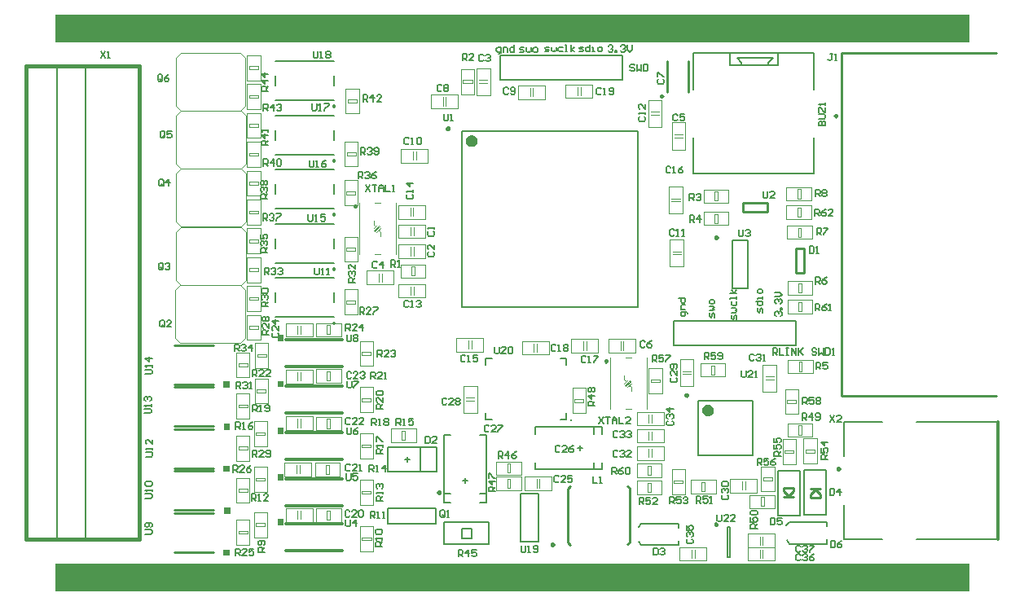
<source format=gto>
%FSTAX25Y25*%
%MOIN*%
%SFA1B1*%

%IPPOS*%
%ADD44C,0.015750*%
%ADD48C,0.007870*%
%ADD55C,0.011810*%
%ADD56C,0.010000*%
%ADD72C,0.009840*%
%ADD73C,0.023620*%
%ADD74C,0.003940*%
%ADD75C,0.007090*%
%ADD76R,3.740160X0.118110*%
%LNrobocontroller-1*%
%LPD*%
G36*
X0093504Y-0190728D02*
X0091004D01*
Y-0188228*
X0093504*
Y-0190728*
G37*
G36*
X0071398Y-0187274D02*
X0068898D01*
Y-0184774*
X0071398*
Y-0187274*
G37*
G36*
X0071624Y-0204331D02*
X0069124D01*
Y-0201831*
X0071624*
Y-0204331*
G37*
G36*
X0071358Y-0221624D02*
X0068858D01*
Y-0219124*
X0071358*
Y-0221624*
G37*
G36*
X0093504Y-0209114D02*
X0091004D01*
Y-0206614*
X0093504*
Y-0209114*
G37*
G36*
Y-0152539D02*
X0091004D01*
Y-0150039*
X0093504*
Y-0152539*
G37*
G36*
Y-0133642D02*
X0091004D01*
Y-0131142*
X0093504*
Y-0133642*
G37*
G36*
X0071329Y-0152756D02*
X0068829D01*
Y-0150256*
X0071329*
Y-0152756*
G37*
G36*
X0093504Y-0171713D02*
X0091004D01*
Y-0169213*
X0093504*
Y-0171713*
G37*
G36*
X0071496Y-0170049D02*
X0068996D01*
Y-0167549*
X0071496*
Y-0170049*
G37*
G54D44*
X0034449Y-0214961D02*
Y-002126D01*
X-0011811D02*
X0034449D01*
X-0011811Y-0214961D02*
X0034449D01*
X-0011811D02*
Y-002126D01*
G54D48*
X0276179Y-0222047D02*
Y-0209842D01*
X0274998Y-0222047D02*
Y-0209842D01*
Y-0222047D02*
X0276179D01*
X0274998Y-0209842D02*
X0276179D01*
X0197638Y-0215945D02*
Y-019626D01*
X0190551Y-0215945D02*
Y-019626D01*
Y-0215945D02*
X0197638D01*
X0190551Y-019626D02*
X0197638D01*
X0090165Y-0107945D02*
X0114165D01*
X0090165Y-0123945D02*
X0114165D01*
X0090165Y-0117945D02*
Y-0113945D01*
X0114165Y-0117945D02*
Y-0113945D01*
X0159153Y-0216929D02*
X0177461D01*
X0159153Y-0207874D02*
X0177461D01*
X0159153Y-0216929D02*
Y-0207874D01*
X0177461Y-0216929D02*
Y-0207874D01*
X0166307Y-0214402D02*
X0170307D01*
X0166307D02*
Y-0210402D01*
X0170307*
Y-0214402D02*
Y-0210402D01*
X0136182Y-0208358D02*
Y-0202058D01*
X0155867Y-0208358D02*
Y-0202058D01*
X0136182Y-0208358D02*
X0155867D01*
X0136182Y-0202058D02*
X0155867D01*
X0306496Y-0204823D02*
Y-0186516D01*
X0315551Y-0204823D02*
Y-0186516D01*
X0306496D02*
X0315551D01*
X0306496Y-0204823D02*
X0315551D01*
X0309024Y-0197669D02*
X0313024D01*
X0136063Y-0177284D02*
X0156063D01*
Y-0187284D02*
Y-0177284D01*
X0136063Y-0187284D02*
X0156063D01*
X0149311D02*
Y-0177284D01*
X0143063Y-0182283D02*
X0145063D01*
X0144063Y-0183283D02*
Y-0181283D01*
X0136063Y-0187284D02*
Y-0177284D01*
X0291732Y-0020866D02*
Y-0019882D01*
X0293701Y-0017913*
X0292717D02*
X0293701D01*
X0278937D02*
X0292717D01*
X0278937D02*
X0280906Y-0019882D01*
Y-0020866D02*
Y-0019882D01*
X0295669Y-0020866D02*
Y-0015945D01*
X0275984Y-0020866D02*
X0295669D01*
X0275984D02*
Y-0015945D01*
X0310433Y-0065158D02*
Y-0050394D01*
X0261221Y-0065158D02*
X0310433D01*
X0261221D02*
Y-0050394D01*
X0310433Y-0030709D02*
Y-0015945D01*
X0261221D02*
X0310433D01*
X0261221Y-0030709D02*
Y-0015945D01*
X0262992Y-0180512D02*
Y-0158071D01*
X0285433Y-0180512D02*
Y-0158071D01*
X0262992D02*
X0285433D01*
X0262992Y-0180512D02*
X0285433D01*
X0166339Y-0119882D02*
X0238386D01*
X0166339Y-0047835D02*
X0238386D01*
Y-0119882D02*
Y-0047835D01*
X0166339Y-0119882D02*
Y-0047835D01*
X0231968Y-0026654D02*
Y-0016654D01*
X0181968Y-0026654D02*
X0231968D01*
X0181968Y-0016654D02*
X0231968D01*
X0181968Y-0026654D02*
Y-0016654D01*
X0352335Y-0214945D02*
X0385827D01*
X0352335Y-0166913D02*
X0385827D01*
X0322835Y-0214945D02*
X0338374D01*
X0322835Y-0166913D02*
X0338374D01*
X0322835Y-0214945D02*
Y-0200945D01*
Y-0180913D02*
Y-0166913D01*
X0000591Y-0215354D02*
Y-0159449D01*
Y-002126*
X0012402Y-0215354D02*
Y-0159449D01*
Y-002126*
X0209252Y-0165945D02*
Y-0163209D01*
Y-0143484D02*
Y-0140748D01*
X0176181Y-0165945D02*
Y-0163209D01*
Y-0143484D02*
Y-0140748D01*
X0206634Y-0165945D02*
X0209252D01*
X0176181D02*
X0178799D01*
X0206634Y-0140748D02*
X0209252D01*
X0176181D02*
X0178799D01*
X029928Y-0215183D02*
X0300482Y-0216634D01*
X0299249Y-0209265D02*
X0300482Y-0207776D01*
X0315748Y-0209547D02*
Y-0207776D01*
X0300482D02*
X0315748D01*
X0300482Y-0216634D02*
X0315748D01*
Y-0214862*
X0090165Y-004136D02*
X0114165D01*
X0090165Y-005736D02*
X0114165D01*
X0090165Y-005136D02*
Y-004736D01*
X0114165Y-005136D02*
Y-004736D01*
X0090165Y-0019165D02*
X0114165D01*
X0090165Y-0035165D02*
X0114165D01*
X0090165Y-0029165D02*
Y-0025165D01*
X0114165Y-0029165D02*
Y-0025165D01*
X0090165Y-008575D02*
X0114165D01*
X0090165Y-010175D02*
X0114165D01*
X0090165Y-009575D02*
Y-009175D01*
X0114165Y-009575D02*
Y-009175D01*
X0090165Y-0063555D02*
X0114165D01*
X0090165Y-0079555D02*
X0114165D01*
X0090165Y-0073555D02*
Y-0069555D01*
X0114165Y-0073555D02*
Y-0069555D01*
X0176378Y-0199803D02*
Y-0172244D01*
X0159055Y-0199803D02*
Y-0172244D01*
X0173622D02*
X0176378D01*
X0159055D02*
X0161811D01*
X0167736Y-0191693D02*
Y-0189724D01*
X0166732Y-019065D02*
X0168701D01*
X0173622Y-019626D02*
X0176378D01*
X0159055D02*
X0161811D01*
X0173622Y-0199803D02*
X0176378D01*
X0159055D02*
X0161811D01*
X0304724Y-020502D02*
Y-0186713D01*
X0295669Y-020502D02*
Y-0186713D01*
Y-020502D02*
X0304724D01*
X0295669Y-0186713D02*
X0304724D01*
X0298197Y-0193866D02*
X0302197D01*
X023865Y-0215773D02*
X0239852Y-0217224D01*
X0238619Y-0209855D02*
X0239852Y-0208366D01*
X0255118Y-0210138D02*
Y-0208366D01*
X0239852D02*
X0255118D01*
X0239852Y-0217224D02*
X0255118D01*
Y-0215453*
X0302953Y-0135512D02*
Y-0125512D01*
X0252953Y-0135512D02*
X0302953D01*
X0252953Y-0125512D02*
X0302953D01*
X0252953Y-0135512D02*
Y-0125512D01*
X0276969Y-0112205D02*
X0283268D01*
X0276969Y-009252D02*
X0283268D01*
Y-0112205D02*
Y-009252D01*
X0276969Y-0112205D02*
Y-009252D01*
X019626Y-0168898D02*
X0223819D01*
X019626Y-0186221D02*
X0223819D01*
X019626Y-0171653D02*
Y-0168898D01*
Y-0186221D02*
Y-0183465D01*
X021374Y-0177539D02*
X0215709D01*
X0214665Y-0178543D02*
Y-0176575D01*
X0220276Y-0171653D02*
Y-0168898D01*
Y-0186221D02*
Y-0183465D01*
X0223819Y-0171653D02*
Y-0168898D01*
Y-0186221D02*
Y-0183465D01*
G54D55*
X0094504Y-0219614D02*
X0117504D01*
X0094504Y-0208614D02*
X0117504D01*
X0385827Y-0214945D02*
Y-0166913D01*
X0094504Y-0144142D02*
X0117504D01*
X0094504Y-0133142D02*
X0117504D01*
X0094504Y-0201228D02*
X0117504D01*
X0094504Y-0190228D02*
X0117504D01*
X0094504Y-0182213D02*
X0117504D01*
X0094504Y-0171213D02*
X0117504D01*
X0094504Y-0163039D02*
X0117504D01*
X0094504Y-0152039D02*
X0117504D01*
G54D56*
X0123228Y-0078543D02*
D01*
X0123227Y-0078515*
X0123224Y-0078488*
X0123219Y-0078461*
X0123212Y-0078434*
X0123204Y-0078408*
X0123193Y-0078382*
X0123181Y-0078358*
X0123168Y-0078334*
X0123152Y-0078311*
X0123135Y-0078289*
X0123117Y-0078269*
X0123097Y-007825*
X0123076Y-0078232*
X0123054Y-0078216*
X0123031Y-0078201*
X0123006Y-0078188*
X0122981Y-0078177*
X0122955Y-0078168*
X0122929Y-007816*
X0122902Y-0078154*
X0122875Y-0078151*
X0122847Y-0078149*
X012282*
X0122792Y-0078151*
X0122765Y-0078154*
X0122738Y-007816*
X0122712Y-0078168*
X0122686Y-0078177*
X0122661Y-0078188*
X0122637Y-0078201*
X0122613Y-0078216*
X0122591Y-0078232*
X012257Y-007825*
X012255Y-0078269*
X0122532Y-0078289*
X0122515Y-0078311*
X0122499Y-0078334*
X0122486Y-0078358*
X0122474Y-0078382*
X0122463Y-0078408*
X0122455Y-0078434*
X0122448Y-0078461*
X0122443Y-0078488*
X012244Y-0078515*
X012244Y-0078543*
X012244Y-007857*
X0122443Y-0078597*
X0122448Y-0078624*
X0122455Y-0078651*
X0122463Y-0078677*
X0122474Y-0078703*
X0122486Y-0078727*
X0122499Y-0078751*
X0122515Y-0078774*
X0122532Y-0078796*
X012255Y-0078816*
X012257Y-0078835*
X0122591Y-0078853*
X0122613Y-0078869*
X0122637Y-0078884*
X0122661Y-0078897*
X0122686Y-0078908*
X0122712Y-0078917*
X0122738Y-0078925*
X0122765Y-0078931*
X0122792Y-0078934*
X012282Y-0078936*
X0122847*
X0122875Y-0078934*
X0122902Y-0078931*
X0122929Y-0078925*
X0122955Y-0078917*
X0122981Y-0078908*
X0123006Y-0078897*
X0123031Y-0078884*
X0123054Y-0078869*
X0123076Y-0078853*
X0123097Y-0078835*
X0123117Y-0078816*
X0123135Y-0078796*
X0123152Y-0078774*
X0123168Y-0078751*
X0123181Y-0078727*
X0123193Y-0078703*
X0123204Y-0078677*
X0123212Y-0078651*
X0123219Y-0078624*
X0123224Y-0078597*
X0123227Y-007857*
X0123228Y-0078543*
X0114255Y-0126279D02*
D01*
X0114254Y-0126259*
X0114252Y-012624*
X0114248Y-0126221*
X0114244Y-0126202*
X0114238Y-0126183*
X011423Y-0126165*
X0114222Y-0126148*
X0114212Y-0126131*
X0114201Y-0126115*
X0114189Y-01261*
X0114176Y-0126085*
X0114163Y-0126072*
X0114148Y-0126059*
X0114132Y-0126048*
X0114116Y-0126038*
X0114098Y-0126029*
X0114081Y-0126021*
X0114062Y-0126014*
X0114044Y-0126009*
X0114025Y-0126005*
X0114006Y-0126002*
X0113986Y-0126001*
X0113967*
X0113947Y-0126002*
X0113928Y-0126005*
X0113909Y-0126009*
X0113891Y-0126014*
X0113872Y-0126021*
X0113855Y-0126029*
X0113838Y-0126038*
X0113821Y-0126048*
X0113805Y-0126059*
X011379Y-0126072*
X0113777Y-0126085*
X0113764Y-01261*
X0113752Y-0126115*
X0113741Y-0126131*
X0113731Y-0126148*
X0113723Y-0126165*
X0113715Y-0126183*
X0113709Y-0126202*
X0113705Y-0126221*
X0113701Y-012624*
X0113699Y-0126259*
X0113699Y-0126279*
X0113699Y-0126298*
X0113701Y-0126317*
X0113705Y-0126336*
X0113709Y-0126355*
X0113715Y-0126374*
X0113723Y-0126392*
X0113731Y-0126409*
X0113741Y-0126426*
X0113752Y-0126442*
X0113764Y-0126457*
X0113777Y-0126472*
X011379Y-0126485*
X0113805Y-0126498*
X0113821Y-0126509*
X0113838Y-0126519*
X0113855Y-0126528*
X0113872Y-0126536*
X0113891Y-0126543*
X0113909Y-0126548*
X0113928Y-0126552*
X0113947Y-0126555*
X0113967Y-0126556*
X0113986*
X0114006Y-0126555*
X0114025Y-0126552*
X0114044Y-0126548*
X0114062Y-0126543*
X0114081Y-0126536*
X0114098Y-0126528*
X0114116Y-0126519*
X0114132Y-0126509*
X0114148Y-0126498*
X0114163Y-0126485*
X0114176Y-0126472*
X0114189Y-0126457*
X0114201Y-0126442*
X0114212Y-0126426*
X0114222Y-0126409*
X011423Y-0126392*
X0114238Y-0126374*
X0114244Y-0126355*
X0114248Y-0126336*
X0114252Y-0126317*
X0114254Y-0126298*
X0114255Y-0126279*
X0248622Y-0033465D02*
D01*
X0248621Y-0033437*
X0248618Y-003341*
X0248613Y-0033383*
X0248606Y-0033356*
X0248598Y-003333*
X0248587Y-0033304*
X0248575Y-003328*
X0248562Y-0033256*
X0248546Y-0033233*
X0248529Y-0033211*
X0248511Y-0033191*
X0248491Y-0033172*
X024847Y-0033154*
X0248448Y-0033138*
X0248425Y-0033123*
X02484Y-003311*
X0248375Y-0033099*
X0248349Y-003309*
X0248323Y-0033082*
X0248296Y-0033076*
X0248269Y-0033073*
X0248241Y-0033071*
X0248214*
X0248186Y-0033073*
X0248159Y-0033076*
X0248132Y-0033082*
X0248106Y-003309*
X024808Y-0033099*
X0248055Y-003311*
X0248031Y-0033123*
X0248007Y-0033138*
X0247985Y-0033154*
X0247964Y-0033172*
X0247944Y-0033191*
X0247926Y-0033211*
X0247909Y-0033233*
X0247893Y-0033256*
X024788Y-003328*
X0247868Y-0033304*
X0247857Y-003333*
X0247849Y-0033356*
X0247842Y-0033383*
X0247837Y-003341*
X0247834Y-0033437*
X0247834Y-0033465*
X0247834Y-0033492*
X0247837Y-0033519*
X0247842Y-0033546*
X0247849Y-0033573*
X0247857Y-0033599*
X0247868Y-0033625*
X024788Y-0033649*
X0247893Y-0033673*
X0247909Y-0033696*
X0247926Y-0033718*
X0247944Y-0033738*
X0247964Y-0033757*
X0247985Y-0033775*
X0248007Y-0033791*
X0248031Y-0033806*
X0248055Y-0033819*
X024808Y-003383*
X0248106Y-0033839*
X0248132Y-0033847*
X0248159Y-0033853*
X0248186Y-0033856*
X0248214Y-0033858*
X0248241*
X0248269Y-0033856*
X0248296Y-0033853*
X0248323Y-0033847*
X0248349Y-0033839*
X0248375Y-003383*
X02484Y-0033819*
X0248425Y-0033806*
X0248448Y-0033791*
X024847Y-0033775*
X0248491Y-0033757*
X0248511Y-0033738*
X0248529Y-0033718*
X0248546Y-0033696*
X0248562Y-0033673*
X0248575Y-0033649*
X0248587Y-0033625*
X0248598Y-0033599*
X0248606Y-0033573*
X0248613Y-0033546*
X0248618Y-0033519*
X0248621Y-0033492*
X0248622Y-0033465*
X0114255Y-0059695D02*
D01*
X0114254Y-0059675*
X0114252Y-0059656*
X0114248Y-0059637*
X0114244Y-0059618*
X0114238Y-0059599*
X011423Y-0059581*
X0114222Y-0059564*
X0114212Y-0059547*
X0114201Y-0059531*
X0114189Y-0059516*
X0114176Y-0059501*
X0114163Y-0059488*
X0114148Y-0059475*
X0114132Y-0059464*
X0114116Y-0059454*
X0114098Y-0059445*
X0114081Y-0059437*
X0114062Y-005943*
X0114044Y-0059425*
X0114025Y-0059421*
X0114006Y-0059418*
X0113986Y-0059417*
X0113967*
X0113947Y-0059418*
X0113928Y-0059421*
X0113909Y-0059425*
X0113891Y-005943*
X0113872Y-0059437*
X0113855Y-0059445*
X0113838Y-0059454*
X0113821Y-0059464*
X0113805Y-0059475*
X011379Y-0059488*
X0113777Y-0059501*
X0113764Y-0059516*
X0113752Y-0059531*
X0113741Y-0059547*
X0113731Y-0059564*
X0113723Y-0059581*
X0113715Y-0059599*
X0113709Y-0059618*
X0113705Y-0059637*
X0113701Y-0059656*
X0113699Y-0059675*
X0113699Y-0059695*
X0113699Y-0059714*
X0113701Y-0059733*
X0113705Y-0059752*
X0113709Y-0059771*
X0113715Y-005979*
X0113723Y-0059808*
X0113731Y-0059825*
X0113741Y-0059842*
X0113752Y-0059858*
X0113764Y-0059873*
X0113777Y-0059888*
X011379Y-0059901*
X0113805Y-0059914*
X0113821Y-0059925*
X0113838Y-0059935*
X0113855Y-0059944*
X0113872Y-0059952*
X0113891Y-0059959*
X0113909Y-0059964*
X0113928Y-0059968*
X0113947Y-0059971*
X0113967Y-0059972*
X0113986*
X0114006Y-0059971*
X0114025Y-0059968*
X0114044Y-0059964*
X0114062Y-0059959*
X0114081Y-0059952*
X0114098Y-0059944*
X0114116Y-0059935*
X0114132Y-0059925*
X0114148Y-0059914*
X0114163Y-0059901*
X0114176Y-0059888*
X0114189Y-0059873*
X0114201Y-0059858*
X0114212Y-0059842*
X0114222Y-0059825*
X011423Y-0059808*
X0114238Y-005979*
X0114244Y-0059771*
X0114248Y-0059752*
X0114252Y-0059733*
X0114254Y-0059714*
X0114255Y-0059695*
Y-00375D02*
D01*
X0114254Y-003748*
X0114252Y-0037461*
X0114248Y-0037442*
X0114244Y-0037423*
X0114238Y-0037404*
X011423Y-0037386*
X0114222Y-0037369*
X0114212Y-0037352*
X0114201Y-0037336*
X0114189Y-0037321*
X0114176Y-0037306*
X0114163Y-0037293*
X0114148Y-003728*
X0114132Y-0037269*
X0114116Y-0037259*
X0114098Y-003725*
X0114081Y-0037242*
X0114062Y-0037235*
X0114044Y-003723*
X0114025Y-0037226*
X0114006Y-0037223*
X0113986Y-0037222*
X0113967*
X0113947Y-0037223*
X0113928Y-0037226*
X0113909Y-003723*
X0113891Y-0037235*
X0113872Y-0037242*
X0113855Y-003725*
X0113838Y-0037259*
X0113821Y-0037269*
X0113805Y-003728*
X011379Y-0037293*
X0113777Y-0037306*
X0113764Y-0037321*
X0113752Y-0037336*
X0113741Y-0037352*
X0113731Y-0037369*
X0113723Y-0037386*
X0113715Y-0037404*
X0113709Y-0037423*
X0113705Y-0037442*
X0113701Y-0037461*
X0113699Y-003748*
X0113699Y-00375*
X0113699Y-0037519*
X0113701Y-0037538*
X0113705Y-0037557*
X0113709Y-0037576*
X0113715Y-0037595*
X0113723Y-0037613*
X0113731Y-003763*
X0113741Y-0037647*
X0113752Y-0037663*
X0113764Y-0037678*
X0113777Y-0037693*
X011379Y-0037706*
X0113805Y-0037719*
X0113821Y-003773*
X0113838Y-003774*
X0113855Y-0037749*
X0113872Y-0037757*
X0113891Y-0037764*
X0113909Y-0037769*
X0113928Y-0037773*
X0113947Y-0037776*
X0113967Y-0037777*
X0113986*
X0114006Y-0037776*
X0114025Y-0037773*
X0114044Y-0037769*
X0114062Y-0037764*
X0114081Y-0037757*
X0114098Y-0037749*
X0114116Y-003774*
X0114132Y-003773*
X0114148Y-0037719*
X0114163Y-0037706*
X0114176Y-0037693*
X0114189Y-0037678*
X0114201Y-0037663*
X0114212Y-0037647*
X0114222Y-003763*
X011423Y-0037613*
X0114238Y-0037595*
X0114244Y-0037576*
X0114248Y-0037557*
X0114252Y-0037538*
X0114254Y-0037519*
X0114255Y-00375*
Y-0104085D02*
D01*
X0114254Y-0104065*
X0114252Y-0104046*
X0114248Y-0104027*
X0114244Y-0104008*
X0114238Y-0103989*
X011423Y-0103971*
X0114222Y-0103954*
X0114212Y-0103937*
X0114201Y-0103921*
X0114189Y-0103906*
X0114176Y-0103891*
X0114163Y-0103878*
X0114148Y-0103865*
X0114132Y-0103854*
X0114116Y-0103844*
X0114098Y-0103835*
X0114081Y-0103827*
X0114062Y-010382*
X0114044Y-0103815*
X0114025Y-0103811*
X0114006Y-0103808*
X0113986Y-0103807*
X0113967*
X0113947Y-0103808*
X0113928Y-0103811*
X0113909Y-0103815*
X0113891Y-010382*
X0113872Y-0103827*
X0113855Y-0103835*
X0113838Y-0103844*
X0113821Y-0103854*
X0113805Y-0103865*
X011379Y-0103878*
X0113777Y-0103891*
X0113764Y-0103906*
X0113752Y-0103921*
X0113741Y-0103937*
X0113731Y-0103954*
X0113723Y-0103971*
X0113715Y-0103989*
X0113709Y-0104008*
X0113705Y-0104027*
X0113701Y-0104046*
X0113699Y-0104065*
X0113699Y-0104085*
X0113699Y-0104104*
X0113701Y-0104123*
X0113705Y-0104142*
X0113709Y-0104161*
X0113715Y-010418*
X0113723Y-0104198*
X0113731Y-0104215*
X0113741Y-0104232*
X0113752Y-0104248*
X0113764Y-0104263*
X0113777Y-0104278*
X011379Y-0104291*
X0113805Y-0104304*
X0113821Y-0104315*
X0113838Y-0104325*
X0113855Y-0104334*
X0113872Y-0104342*
X0113891Y-0104349*
X0113909Y-0104354*
X0113928Y-0104358*
X0113947Y-0104361*
X0113967Y-0104362*
X0113986*
X0114006Y-0104361*
X0114025Y-0104358*
X0114044Y-0104354*
X0114062Y-0104349*
X0114081Y-0104342*
X0114098Y-0104334*
X0114116Y-0104325*
X0114132Y-0104315*
X0114148Y-0104304*
X0114163Y-0104291*
X0114176Y-0104278*
X0114189Y-0104263*
X0114201Y-0104248*
X0114212Y-0104232*
X0114222Y-0104215*
X011423Y-0104198*
X0114238Y-010418*
X0114244Y-0104161*
X0114248Y-0104142*
X0114252Y-0104123*
X0114254Y-0104104*
X0114255Y-0104085*
Y-008189D02*
D01*
X0114254Y-008187*
X0114252Y-0081851*
X0114248Y-0081832*
X0114244Y-0081813*
X0114238Y-0081794*
X011423Y-0081776*
X0114222Y-0081759*
X0114212Y-0081742*
X0114201Y-0081726*
X0114189Y-0081711*
X0114176Y-0081696*
X0114163Y-0081683*
X0114148Y-008167*
X0114132Y-0081659*
X0114116Y-0081649*
X0114098Y-008164*
X0114081Y-0081632*
X0114062Y-0081625*
X0114044Y-008162*
X0114025Y-0081616*
X0114006Y-0081613*
X0113986Y-0081612*
X0113967*
X0113947Y-0081613*
X0113928Y-0081616*
X0113909Y-008162*
X0113891Y-0081625*
X0113872Y-0081632*
X0113855Y-008164*
X0113838Y-0081649*
X0113821Y-0081659*
X0113805Y-008167*
X011379Y-0081683*
X0113777Y-0081696*
X0113764Y-0081711*
X0113752Y-0081726*
X0113741Y-0081742*
X0113731Y-0081759*
X0113723Y-0081776*
X0113715Y-0081794*
X0113709Y-0081813*
X0113705Y-0081832*
X0113701Y-0081851*
X0113699Y-008187*
X0113699Y-008189*
X0113699Y-0081909*
X0113701Y-0081928*
X0113705Y-0081947*
X0113709Y-0081966*
X0113715Y-0081985*
X0113723Y-0082003*
X0113731Y-008202*
X0113741Y-0082037*
X0113752Y-0082053*
X0113764Y-0082068*
X0113777Y-0082083*
X011379Y-0082096*
X0113805Y-0082109*
X0113821Y-008212*
X0113838Y-008213*
X0113855Y-0082139*
X0113872Y-0082147*
X0113891Y-0082154*
X0113909Y-0082159*
X0113928Y-0082163*
X0113947Y-0082166*
X0113967Y-0082167*
X0113986*
X0114006Y-0082166*
X0114025Y-0082163*
X0114044Y-0082159*
X0114062Y-0082154*
X0114081Y-0082147*
X0114098Y-0082139*
X0114116Y-008213*
X0114132Y-008212*
X0114148Y-0082109*
X0114163Y-0082096*
X0114176Y-0082083*
X0114189Y-0082068*
X0114201Y-0082053*
X0114212Y-0082037*
X0114222Y-008202*
X011423Y-0082003*
X0114238Y-0081985*
X0114244Y-0081966*
X0114248Y-0081947*
X0114252Y-0081928*
X0114254Y-0081909*
X0114255Y-008189*
X0225787Y-0141929D02*
D01*
X0225786Y-0141901*
X0225783Y-0141874*
X0225778Y-0141847*
X0225771Y-014182*
X0225763Y-0141794*
X0225752Y-0141768*
X022574Y-0141744*
X0225727Y-014172*
X0225711Y-0141697*
X0225694Y-0141675*
X0225676Y-0141655*
X0225656Y-0141636*
X0225635Y-0141618*
X0225613Y-0141602*
X022559Y-0141587*
X0225565Y-0141574*
X022554Y-0141563*
X0225514Y-0141554*
X0225488Y-0141546*
X0225461Y-014154*
X0225434Y-0141537*
X0225406Y-0141535*
X0225379*
X0225351Y-0141537*
X0225324Y-014154*
X0225297Y-0141546*
X0225271Y-0141554*
X0225245Y-0141563*
X022522Y-0141574*
X0225196Y-0141587*
X0225172Y-0141602*
X022515Y-0141618*
X0225129Y-0141636*
X0225109Y-0141655*
X0225091Y-0141675*
X0225074Y-0141697*
X0225058Y-014172*
X0225045Y-0141744*
X0225033Y-0141768*
X0225022Y-0141794*
X0225014Y-014182*
X0225007Y-0141847*
X0225002Y-0141874*
X0224999Y-0141901*
X0224999Y-0141929*
X0224999Y-0141956*
X0225002Y-0141983*
X0225007Y-014201*
X0225014Y-0142037*
X0225022Y-0142063*
X0225033Y-0142089*
X0225045Y-0142113*
X0225058Y-0142137*
X0225074Y-014216*
X0225091Y-0142182*
X0225109Y-0142202*
X0225129Y-0142221*
X022515Y-0142239*
X0225172Y-0142255*
X0225196Y-014227*
X022522Y-0142283*
X0225245Y-0142294*
X0225271Y-0142303*
X0225297Y-0142311*
X0225324Y-0142317*
X0225351Y-014232*
X0225379Y-0142322*
X0225406*
X0225434Y-014232*
X0225461Y-0142317*
X0225488Y-0142311*
X0225514Y-0142303*
X022554Y-0142294*
X0225565Y-0142283*
X022559Y-014227*
X0225613Y-0142255*
X0225635Y-0142239*
X0225656Y-0142221*
X0225676Y-0142202*
X0225694Y-0142182*
X0225711Y-014216*
X0225727Y-0142137*
X022574Y-0142113*
X0225752Y-0142089*
X0225763Y-0142063*
X0225771Y-0142037*
X0225778Y-014201*
X0225783Y-0141983*
X0225786Y-0141956*
X0225787Y-0141929*
X0048669Y-0204087D02*
X0064669D01*
X0048669Y-0220087D02*
X0064669D01*
X021063Y-0193209D02*
D01*
X0209842Y-0193996D02*
X021063Y-0193209D01*
X0209842Y-0215846D02*
Y-0193996D01*
Y-0216142D02*
Y-0215846D01*
Y-0216142D02*
X0210728Y-0217028D01*
X0234154Y-0193012D02*
X0235039Y-0193898D01*
Y-0194193D02*
Y-0193898D01*
Y-0216043D02*
Y-0194193D01*
X0234252Y-0216831D02*
X0235039Y-0216043D01*
X0234252Y-0216831D02*
D01*
X0309024Y-0194095D02*
X0312992D01*
X0313024Y-0197669D02*
Y-0196488D01*
X0311024Y-0194488D02*
X0313024Y-0196488D01*
X0309024D02*
X0311024Y-0194488D01*
X0309024Y-0197669D02*
Y-0196488D01*
Y-0197669D02*
X0313024D01*
X0303008Y-0105699D02*
Y-0095856D01*
Y-0105699D02*
X0306551D01*
Y-0095856*
X0303008D02*
X0306551D01*
X025059Y-003189D02*
Y-0019291D01*
X0259252Y-003189D02*
Y-0019291D01*
X032176Y-0156039D02*
Y-0015882D01*
X0385146*
X032176Y-0156039D02*
X0385146D01*
X0048669Y-0135386D02*
X0064669D01*
X0048669Y-0151386D02*
X0064669D01*
X0048669Y-0152561D02*
X0064669D01*
X0048669Y-0168561D02*
X0064669D01*
X0048669Y-0169736D02*
X0064669D01*
X0048669Y-0185736D02*
X0064669D01*
X0048669Y-0186911D02*
X0064669D01*
X0048669Y-0202911D02*
X0064669D01*
X0298228Y-0197441D02*
X0302197D01*
X0298197Y-0195047D02*
Y-0193866D01*
Y-0195047D02*
X0300197Y-0197047D01*
X0302197Y-0195047*
Y-0193866*
X0298197D02*
X0302197D01*
X0281486Y-0080654D02*
X0291329D01*
Y-007711*
X0281486D02*
X0291329D01*
X0281486Y-0080654D02*
Y-007711D01*
G54D72*
X0270765Y-0208661D02*
D01*
X0270764Y-0208633*
X0270761Y-0208606*
X0270756Y-0208579*
X0270749Y-0208552*
X0270741Y-0208526*
X027073Y-02085*
X0270718Y-0208476*
X0270705Y-0208452*
X0270689Y-0208429*
X0270672Y-0208407*
X0270654Y-0208387*
X0270634Y-0208368*
X0270613Y-020835*
X0270591Y-0208334*
X0270568Y-0208319*
X0270543Y-0208306*
X0270518Y-0208295*
X0270492Y-0208286*
X0270466Y-0208278*
X0270439Y-0208272*
X0270412Y-0208269*
X0270384Y-0208267*
X0270357*
X0270329Y-0208269*
X0270302Y-0208272*
X0270275Y-0208278*
X0270249Y-0208286*
X0270223Y-0208295*
X0270198Y-0208306*
X0270174Y-0208319*
X027015Y-0208334*
X0270128Y-020835*
X0270107Y-0208368*
X0270087Y-0208387*
X0270069Y-0208407*
X0270052Y-0208429*
X0270036Y-0208452*
X0270023Y-0208476*
X0270011Y-02085*
X027Y-0208526*
X0269992Y-0208552*
X0269985Y-0208579*
X026998Y-0208606*
X0269977Y-0208633*
X0269977Y-0208661*
X0269977Y-0208688*
X026998Y-0208715*
X0269985Y-0208742*
X0269992Y-0208769*
X027Y-0208795*
X0270011Y-0208821*
X0270023Y-0208845*
X0270036Y-0208869*
X0270052Y-0208892*
X0270069Y-0208914*
X0270087Y-0208934*
X0270107Y-0208953*
X0270128Y-0208971*
X027015Y-0208987*
X0270174Y-0209002*
X0270198Y-0209015*
X0270223Y-0209026*
X0270249Y-0209035*
X0270275Y-0209043*
X0270302Y-0209049*
X0270329Y-0209052*
X0270357Y-0209054*
X0270384*
X0270412Y-0209052*
X0270439Y-0209049*
X0270466Y-0209043*
X0270492Y-0209035*
X0270518Y-0209026*
X0270543Y-0209015*
X0270568Y-0209002*
X0270591Y-0208987*
X0270613Y-0208971*
X0270634Y-0208953*
X0270654Y-0208934*
X0270672Y-0208914*
X0270689Y-0208892*
X0270705Y-0208869*
X0270718Y-0208845*
X027073Y-0208821*
X0270741Y-0208795*
X0270749Y-0208769*
X0270756Y-0208742*
X0270761Y-0208715*
X0270764Y-0208688*
X0270765Y-0208661*
X0204035Y-0216949D02*
D01*
X0204033Y-0216914*
X020403Y-021688*
X0204024Y-0216846*
X0204015Y-0216813*
X0204005Y-021678*
X0203992Y-0216748*
X0203977Y-0216718*
X020396Y-0216688*
X0203941Y-0216659*
X0203919Y-0216632*
X0203896Y-0216607*
X0203872Y-0216583*
X0203845Y-0216561*
X0203818Y-0216541*
X0203789Y-0216522*
X0203758Y-0216506*
X0203727Y-0216492*
X0203695Y-0216481*
X0203662Y-0216471*
X0203628Y-0216464*
X0203594Y-0216459*
X020356Y-0216457*
X0203525*
X0203491Y-0216459*
X0203457Y-0216464*
X0203423Y-0216471*
X020339Y-0216481*
X0203358Y-0216492*
X0203327Y-0216506*
X0203297Y-0216522*
X0203267Y-0216541*
X020324Y-0216561*
X0203213Y-0216583*
X0203189Y-0216607*
X0203166Y-0216632*
X0203144Y-0216659*
X0203125Y-0216688*
X0203108Y-0216718*
X0203093Y-0216748*
X020308Y-021678*
X020307Y-0216813*
X0203061Y-0216846*
X0203055Y-021688*
X0203052Y-0216914*
X0203051Y-0216949*
X0203052Y-0216983*
X0203055Y-0217017*
X0203061Y-0217051*
X020307Y-0217084*
X020308Y-0217117*
X0203093Y-0217149*
X0203108Y-0217179*
X0203125Y-0217209*
X0203144Y-0217238*
X0203166Y-0217265*
X0203189Y-021729*
X0203213Y-0217314*
X020324Y-0217336*
X0203267Y-0217356*
X0203297Y-0217375*
X0203327Y-0217391*
X0203358Y-0217405*
X020339Y-0217416*
X0203423Y-0217426*
X0203457Y-0217433*
X0203491Y-0217438*
X0203525Y-021744*
X020356*
X0203594Y-0217438*
X0203628Y-0217433*
X0203662Y-0217426*
X0203695Y-0217416*
X0203727Y-0217405*
X0203758Y-0217391*
X0203789Y-0217375*
X0203818Y-0217356*
X0203845Y-0217336*
X0203872Y-0217314*
X0203896Y-021729*
X0203919Y-0217265*
X0203941Y-0217238*
X020396Y-0217209*
X0203977Y-0217179*
X0203992Y-0217149*
X0204005Y-0217117*
X0204015Y-0217084*
X0204024Y-0217051*
X020403Y-0217017*
X0204033Y-0216983*
X0204035Y-0216949*
X015756Y-0195562D02*
D01*
X0157558Y-0195527*
X0157555Y-0195493*
X0157549Y-0195459*
X015754Y-0195426*
X015753Y-0195393*
X0157517Y-0195361*
X0157502Y-0195331*
X0157485Y-0195301*
X0157466Y-0195272*
X0157444Y-0195245*
X0157421Y-019522*
X0157397Y-0195196*
X015737Y-0195174*
X0157343Y-0195154*
X0157314Y-0195135*
X0157283Y-0195119*
X0157252Y-0195105*
X015722Y-0195094*
X0157187Y-0195084*
X0157153Y-0195077*
X0157119Y-0195072*
X0157085Y-019507*
X015705*
X0157016Y-0195072*
X0156982Y-0195077*
X0156948Y-0195084*
X0156915Y-0195094*
X0156883Y-0195105*
X0156852Y-0195119*
X0156822Y-0195135*
X0156792Y-0195154*
X0156765Y-0195174*
X0156738Y-0195196*
X0156714Y-019522*
X0156691Y-0195245*
X0156669Y-0195272*
X015665Y-0195301*
X0156633Y-0195331*
X0156618Y-0195361*
X0156605Y-0195393*
X0156595Y-0195426*
X0156586Y-0195459*
X015658Y-0195493*
X0156577Y-0195527*
X0156576Y-0195562*
X0156577Y-0195596*
X015658Y-019563*
X0156586Y-0195664*
X0156595Y-0195697*
X0156605Y-019573*
X0156618Y-0195762*
X0156633Y-0195792*
X015665Y-0195822*
X0156669Y-0195851*
X0156691Y-0195878*
X0156714Y-0195903*
X0156738Y-0195927*
X0156765Y-0195949*
X0156792Y-0195969*
X0156822Y-0195988*
X0156852Y-0196004*
X0156883Y-0196018*
X0156915Y-0196029*
X0156948Y-0196039*
X0156982Y-0196046*
X0157016Y-0196051*
X015705Y-0196053*
X0157085*
X0157119Y-0196051*
X0157153Y-0196046*
X0157187Y-0196039*
X015722Y-0196029*
X0157252Y-0196018*
X0157283Y-0196004*
X0157314Y-0195988*
X0157343Y-0195969*
X015737Y-0195949*
X0157397Y-0195927*
X0157421Y-0195903*
X0157444Y-0195878*
X0157466Y-0195851*
X0157485Y-0195822*
X0157502Y-0195792*
X0157517Y-0195762*
X015753Y-019573*
X015754Y-0195697*
X0157549Y-0195664*
X0157555Y-019563*
X0157558Y-0195596*
X015756Y-0195562*
X0258858Y-0155807D02*
D01*
X0258856Y-0155772*
X0258853Y-0155738*
X0258847Y-0155704*
X0258838Y-0155671*
X0258828Y-0155638*
X0258815Y-0155606*
X02588Y-0155576*
X0258783Y-0155546*
X0258764Y-0155517*
X0258742Y-015549*
X0258719Y-0155465*
X0258695Y-0155441*
X0258668Y-0155419*
X0258641Y-0155399*
X0258612Y-015538*
X0258581Y-0155364*
X025855Y-015535*
X0258518Y-0155339*
X0258485Y-0155329*
X0258451Y-0155322*
X0258417Y-0155317*
X0258383Y-0155315*
X0258348*
X0258314Y-0155317*
X025828Y-0155322*
X0258246Y-0155329*
X0258213Y-0155339*
X0258181Y-015535*
X025815Y-0155364*
X025812Y-015538*
X025809Y-0155399*
X0258063Y-0155419*
X0258036Y-0155441*
X0258012Y-0155465*
X0257989Y-015549*
X0257967Y-0155517*
X0257948Y-0155546*
X0257931Y-0155576*
X0257916Y-0155606*
X0257903Y-0155638*
X0257893Y-0155671*
X0257884Y-0155704*
X0257878Y-0155738*
X0257875Y-0155772*
X0257874Y-0155807*
X0257875Y-0155841*
X0257878Y-0155875*
X0257884Y-0155909*
X0257893Y-0155942*
X0257903Y-0155975*
X0257916Y-0156007*
X0257931Y-0156037*
X0257948Y-0156067*
X0257967Y-0156096*
X0257989Y-0156123*
X0258012Y-0156148*
X0258036Y-0156172*
X0258063Y-0156194*
X025809Y-0156214*
X025812Y-0156233*
X025815Y-0156249*
X0258181Y-0156263*
X0258213Y-0156274*
X0258246Y-0156284*
X025828Y-0156291*
X0258314Y-0156296*
X0258348Y-0156298*
X0258383*
X0258417Y-0156296*
X0258451Y-0156291*
X0258485Y-0156284*
X0258518Y-0156274*
X025855Y-0156263*
X0258581Y-0156249*
X0258612Y-0156233*
X0258641Y-0156214*
X0258668Y-0156194*
X0258695Y-0156172*
X0258719Y-0156148*
X0258742Y-0156123*
X0258764Y-0156096*
X0258783Y-0156067*
X02588Y-0156037*
X0258815Y-0156007*
X0258828Y-0155975*
X0258838Y-0155942*
X0258847Y-0155909*
X0258853Y-0155875*
X0258856Y-0155841*
X0258858Y-0155807*
X0161122Y-0046654D02*
D01*
X016112Y-0046619*
X0161117Y-0046585*
X0161111Y-0046551*
X0161102Y-0046518*
X0161092Y-0046485*
X0161079Y-0046453*
X0161064Y-0046423*
X0161047Y-0046393*
X0161028Y-0046364*
X0161006Y-0046337*
X0160983Y-0046312*
X0160959Y-0046288*
X0160932Y-0046266*
X0160905Y-0046246*
X0160876Y-0046227*
X0160845Y-0046211*
X0160814Y-0046197*
X0160782Y-0046186*
X0160749Y-0046176*
X0160715Y-0046169*
X0160681Y-0046164*
X0160647Y-0046162*
X0160612*
X0160578Y-0046164*
X0160544Y-0046169*
X016051Y-0046176*
X0160477Y-0046186*
X0160445Y-0046197*
X0160414Y-0046211*
X0160384Y-0046227*
X0160354Y-0046246*
X0160327Y-0046266*
X01603Y-0046288*
X0160276Y-0046312*
X0160253Y-0046337*
X0160231Y-0046364*
X0160212Y-0046393*
X0160195Y-0046423*
X016018Y-0046453*
X0160167Y-0046485*
X0160157Y-0046518*
X0160148Y-0046551*
X0160142Y-0046585*
X0160139Y-0046619*
X0160138Y-0046654*
X0160139Y-0046688*
X0160142Y-0046722*
X0160148Y-0046756*
X0160157Y-0046789*
X0160167Y-0046822*
X016018Y-0046854*
X0160195Y-0046884*
X0160212Y-0046914*
X0160231Y-0046943*
X0160253Y-004697*
X0160276Y-0046995*
X01603Y-0047019*
X0160327Y-0047041*
X0160354Y-0047061*
X0160384Y-004708*
X0160414Y-0047096*
X0160445Y-004711*
X0160477Y-0047121*
X016051Y-0047131*
X0160544Y-0047138*
X0160578Y-0047143*
X0160612Y-0047145*
X0160647*
X0160681Y-0047143*
X0160715Y-0047138*
X0160749Y-0047131*
X0160782Y-0047121*
X0160814Y-004711*
X0160845Y-0047096*
X0160876Y-004708*
X0160905Y-0047061*
X0160932Y-0047041*
X0160959Y-0047019*
X0160983Y-0046995*
X0161006Y-004697*
X0161028Y-0046943*
X0161047Y-0046914*
X0161064Y-0046884*
X0161079Y-0046854*
X0161092Y-0046822*
X0161102Y-0046789*
X0161111Y-0046756*
X0161117Y-0046722*
X016112Y-0046688*
X0161122Y-0046654*
X0320965Y-0186008D02*
D01*
X0320963Y-0185973*
X032096Y-0185939*
X0320954Y-0185905*
X0320945Y-0185872*
X0320935Y-0185839*
X0320922Y-0185807*
X0320907Y-0185777*
X032089Y-0185747*
X0320871Y-0185718*
X0320849Y-0185691*
X0320826Y-0185666*
X0320802Y-0185642*
X0320775Y-018562*
X0320748Y-01856*
X0320719Y-0185581*
X0320688Y-0185565*
X0320657Y-0185551*
X0320625Y-018554*
X0320592Y-018553*
X0320558Y-0185523*
X0320524Y-0185518*
X032049Y-0185516*
X0320455*
X0320421Y-0185518*
X0320387Y-0185523*
X0320353Y-018553*
X032032Y-018554*
X0320288Y-0185551*
X0320257Y-0185565*
X0320227Y-0185581*
X0320197Y-01856*
X032017Y-018562*
X0320143Y-0185642*
X0320119Y-0185666*
X0320096Y-0185691*
X0320074Y-0185718*
X0320055Y-0185747*
X0320038Y-0185777*
X0320023Y-0185807*
X032001Y-0185839*
X032Y-0185872*
X0319991Y-0185905*
X0319985Y-0185939*
X0319982Y-0185973*
X0319981Y-0186008*
X0319982Y-0186042*
X0319985Y-0186076*
X0319991Y-018611*
X032Y-0186143*
X032001Y-0186176*
X0320023Y-0186208*
X0320038Y-0186238*
X0320055Y-0186268*
X0320074Y-0186297*
X0320096Y-0186324*
X0320119Y-0186349*
X0320143Y-0186373*
X032017Y-0186395*
X0320197Y-0186415*
X0320227Y-0186434*
X0320257Y-018645*
X0320288Y-0186464*
X032032Y-0186475*
X0320353Y-0186485*
X0320387Y-0186492*
X0320421Y-0186497*
X0320455Y-0186499*
X032049*
X0320524Y-0186497*
X0320558Y-0186492*
X0320592Y-0186485*
X0320625Y-0186475*
X0320657Y-0186464*
X0320688Y-018645*
X0320719Y-0186434*
X0320748Y-0186415*
X0320775Y-0186395*
X0320802Y-0186373*
X0320826Y-0186349*
X0320849Y-0186324*
X0320871Y-0186297*
X032089Y-0186268*
X0320907Y-0186238*
X0320922Y-0186208*
X0320935Y-0186176*
X0320945Y-0186143*
X0320954Y-018611*
X032096Y-0186076*
X0320963Y-0186042*
X0320965Y-0186008*
X031989Y-0041472D02*
D01*
X0319888Y-0041437*
X0319885Y-0041403*
X0319879Y-0041369*
X031987Y-0041336*
X031986Y-0041303*
X0319847Y-0041271*
X0319832Y-0041241*
X0319815Y-0041211*
X0319796Y-0041182*
X0319774Y-0041155*
X0319751Y-004113*
X0319727Y-0041106*
X03197Y-0041084*
X0319673Y-0041064*
X0319644Y-0041045*
X0319613Y-0041029*
X0319582Y-0041015*
X031955Y-0041004*
X0319517Y-0040994*
X0319483Y-0040987*
X0319449Y-0040982*
X0319415Y-004098*
X031938*
X0319346Y-0040982*
X0319312Y-0040987*
X0319278Y-0040994*
X0319245Y-0041004*
X0319213Y-0041015*
X0319182Y-0041029*
X0319152Y-0041045*
X0319122Y-0041064*
X0319095Y-0041084*
X0319068Y-0041106*
X0319044Y-004113*
X0319021Y-0041155*
X0318999Y-0041182*
X031898Y-0041211*
X0318963Y-0041241*
X0318948Y-0041271*
X0318935Y-0041303*
X0318925Y-0041336*
X0318916Y-0041369*
X031891Y-0041403*
X0318907Y-0041437*
X0318906Y-0041472*
X0318907Y-0041506*
X031891Y-004154*
X0318916Y-0041574*
X0318925Y-0041607*
X0318935Y-004164*
X0318948Y-0041672*
X0318963Y-0041702*
X031898Y-0041732*
X0318999Y-0041761*
X0319021Y-0041788*
X0319044Y-0041813*
X0319068Y-0041837*
X0319095Y-0041859*
X0319122Y-0041879*
X0319152Y-0041898*
X0319182Y-0041914*
X0319213Y-0041928*
X0319245Y-0041939*
X0319278Y-0041949*
X0319312Y-0041956*
X0319346Y-0041961*
X031938Y-0041963*
X0319415*
X0319449Y-0041961*
X0319483Y-0041956*
X0319517Y-0041949*
X031955Y-0041939*
X0319582Y-0041928*
X0319613Y-0041914*
X0319644Y-0041898*
X0319673Y-0041879*
X03197Y-0041859*
X0319727Y-0041837*
X0319751Y-0041813*
X0319774Y-0041788*
X0319796Y-0041761*
X0319815Y-0041732*
X0319832Y-0041702*
X0319847Y-0041672*
X031986Y-004164*
X031987Y-0041607*
X0319879Y-0041574*
X0319885Y-004154*
X0319888Y-0041506*
X031989Y-0041472*
X0270965Y-0091319D02*
D01*
X0270963Y-0091284*
X027096Y-009125*
X0270954Y-0091216*
X0270945Y-0091183*
X0270935Y-009115*
X0270922Y-0091118*
X0270907Y-0091088*
X027089Y-0091058*
X0270871Y-0091029*
X0270849Y-0091002*
X0270826Y-0090977*
X0270802Y-0090953*
X0270775Y-0090931*
X0270748Y-0090911*
X0270719Y-0090892*
X0270688Y-0090876*
X0270657Y-0090862*
X0270625Y-0090851*
X0270592Y-0090841*
X0270558Y-0090834*
X0270524Y-0090829*
X027049Y-0090827*
X0270455*
X0270421Y-0090829*
X0270387Y-0090834*
X0270353Y-0090841*
X027032Y-0090851*
X0270288Y-0090862*
X0270257Y-0090876*
X0270227Y-0090892*
X0270197Y-0090911*
X027017Y-0090931*
X0270143Y-0090953*
X0270119Y-0090977*
X0270096Y-0091002*
X0270074Y-0091029*
X0270055Y-0091058*
X0270038Y-0091088*
X0270023Y-0091118*
X027001Y-009115*
X027Y-0091183*
X0269991Y-0091216*
X0269985Y-009125*
X0269982Y-0091284*
X0269981Y-0091319*
X0269982Y-0091353*
X0269985Y-0091387*
X0269991Y-0091421*
X027Y-0091454*
X027001Y-0091487*
X0270023Y-0091519*
X0270038Y-0091549*
X0270055Y-0091579*
X0270074Y-0091608*
X0270096Y-0091635*
X0270119Y-009166*
X0270143Y-0091684*
X027017Y-0091706*
X0270197Y-0091726*
X0270227Y-0091745*
X0270257Y-0091761*
X0270288Y-0091775*
X027032Y-0091786*
X0270353Y-0091796*
X0270387Y-0091803*
X0270421Y-0091808*
X0270455Y-009181*
X027049*
X0270524Y-0091808*
X0270558Y-0091803*
X0270592Y-0091796*
X0270625Y-0091786*
X0270657Y-0091775*
X0270688Y-0091761*
X0270719Y-0091745*
X0270748Y-0091726*
X0270775Y-0091706*
X0270802Y-0091684*
X0270826Y-009166*
X0270849Y-0091635*
X0270871Y-0091608*
X027089Y-0091579*
X0270907Y-0091549*
X0270922Y-0091519*
X0270935Y-0091487*
X0270945Y-0091454*
X0270954Y-0091421*
X027096Y-0091387*
X0270963Y-0091353*
X0270965Y-0091319*
G54D73*
X026811Y-0162008D02*
D01*
X0268107Y-0161925*
X0268098Y-0161843*
X0268084Y-0161762*
X0268064Y-0161682*
X0268038Y-0161604*
X0268007Y-0161527*
X0267971Y-0161453*
X026793Y-0161382*
X0267884Y-0161313*
X0267833Y-0161248*
X0267778Y-0161187*
X0267719Y-016113*
X0267656Y-0161077*
X0267589Y-0161028*
X0267519Y-0160985*
X0267446Y-0160946*
X0267371Y-0160912*
X0267293Y-0160884*
X0267214Y-0160862*
X0267134Y-0160844*
X0267052Y-0160833*
X026697Y-0160827*
X0266887*
X0266805Y-0160833*
X0266723Y-0160844*
X0266643Y-0160862*
X0266564Y-0160884*
X0266486Y-0160912*
X0266411Y-0160946*
X0266338Y-0160985*
X0266268Y-0161028*
X0266201Y-0161077*
X0266138Y-016113*
X0266079Y-0161187*
X0266024Y-0161248*
X0265973Y-0161313*
X0265927Y-0161382*
X0265886Y-0161453*
X026585Y-0161527*
X0265819Y-0161604*
X0265793Y-0161682*
X0265773Y-0161762*
X0265759Y-0161843*
X026575Y-0161925*
X0265748Y-0162008*
X026575Y-016209*
X0265759Y-0162172*
X0265773Y-0162253*
X0265793Y-0162333*
X0265819Y-0162411*
X026585Y-0162488*
X0265886Y-0162562*
X0265927Y-0162633*
X0265973Y-0162702*
X0266024Y-0162767*
X0266079Y-0162828*
X0266138Y-0162885*
X0266201Y-0162938*
X0266268Y-0162987*
X0266338Y-016303*
X0266411Y-0163069*
X0266486Y-0163103*
X0266564Y-0163131*
X0266643Y-0163153*
X0266723Y-0163171*
X0266805Y-0163182*
X0266887Y-0163188*
X026697*
X0267052Y-0163182*
X0267134Y-0163171*
X0267214Y-0163153*
X0267293Y-0163131*
X0267371Y-0163103*
X0267446Y-0163069*
X0267519Y-016303*
X0267589Y-0162987*
X0267656Y-0162938*
X0267719Y-0162885*
X0267778Y-0162828*
X0267833Y-0162767*
X0267884Y-0162702*
X026793Y-0162633*
X0267971Y-0162562*
X0268007Y-0162488*
X0268038Y-0162411*
X0268064Y-0162333*
X0268084Y-0162253*
X0268098Y-0162172*
X0268107Y-016209*
X026811Y-0162008*
X0171457Y-0051772D02*
D01*
X0171454Y-0051689*
X0171445Y-0051607*
X0171431Y-0051526*
X0171411Y-0051446*
X0171385Y-0051368*
X0171354Y-0051291*
X0171318Y-0051217*
X0171277Y-0051146*
X0171231Y-0051077*
X017118Y-0051012*
X0171125Y-0050951*
X0171066Y-0050894*
X0171003Y-0050841*
X0170936Y-0050792*
X0170866Y-0050749*
X0170793Y-005071*
X0170718Y-0050676*
X017064Y-0050648*
X0170561Y-0050626*
X0170481Y-0050608*
X0170399Y-0050597*
X0170317Y-0050591*
X0170234*
X0170152Y-0050597*
X017007Y-0050608*
X016999Y-0050626*
X0169911Y-0050648*
X0169833Y-0050676*
X0169758Y-005071*
X0169685Y-0050749*
X0169615Y-0050792*
X0169548Y-0050841*
X0169485Y-0050894*
X0169426Y-0050951*
X0169371Y-0051012*
X016932Y-0051077*
X0169274Y-0051146*
X0169233Y-0051217*
X0169197Y-0051291*
X0169166Y-0051368*
X016914Y-0051446*
X016912Y-0051526*
X0169106Y-0051607*
X0169097Y-0051689*
X0169095Y-0051772*
X0169097Y-0051854*
X0169106Y-0051936*
X016912Y-0052017*
X016914Y-0052097*
X0169166Y-0052175*
X0169197Y-0052252*
X0169233Y-0052326*
X0169274Y-0052397*
X016932Y-0052466*
X0169371Y-0052531*
X0169426Y-0052592*
X0169485Y-0052649*
X0169548Y-0052702*
X0169615Y-0052751*
X0169685Y-0052794*
X0169758Y-0052833*
X0169833Y-0052867*
X0169911Y-0052895*
X016999Y-0052917*
X017007Y-0052935*
X0170152Y-0052946*
X0170234Y-0052952*
X0170317*
X0170399Y-0052946*
X0170481Y-0052935*
X0170561Y-0052917*
X017064Y-0052895*
X0170718Y-0052867*
X0170793Y-0052833*
X0170866Y-0052794*
X0170936Y-0052751*
X0171003Y-0052702*
X0171066Y-0052649*
X0171125Y-0052592*
X017118Y-0052531*
X0171231Y-0052466*
X0171277Y-0052397*
X0171318Y-0052326*
X0171354Y-0052252*
X0171385Y-0052175*
X0171411Y-0052097*
X0171431Y-0052017*
X0171445Y-0051936*
X0171454Y-0051854*
X0171457Y-0051772*
G54D74*
X0211024Y-0165945D02*
D01*
X0211023Y-0165931*
X0211022Y-0165917*
X0211019Y-0165904*
X0211016Y-016589*
X0211012Y-0165877*
X0211006Y-0165864*
X0211Y-0165852*
X0210994Y-016584*
X0210986Y-0165829*
X0210977Y-0165818*
X0210968Y-0165808*
X0210958Y-0165798*
X0210948Y-0165789*
X0210937Y-0165781*
X0210925Y-0165774*
X0210913Y-0165767*
X02109Y-0165762*
X0210887Y-0165757*
X0210874Y-0165753*
X0210861Y-016575*
X0210847Y-0165749*
X0210833Y-0165748*
X021082*
X0210806Y-0165749*
X0210792Y-016575*
X0210779Y-0165753*
X0210766Y-0165757*
X0210753Y-0165762*
X021074Y-0165767*
X0210728Y-0165774*
X0210716Y-0165781*
X0210705Y-0165789*
X0210695Y-0165798*
X0210685Y-0165808*
X0210676Y-0165818*
X0210667Y-0165829*
X0210659Y-016584*
X0210653Y-0165852*
X0210647Y-0165864*
X0210641Y-0165877*
X0210637Y-016589*
X0210634Y-0165904*
X0210631Y-0165917*
X021063Y-0165931*
X021063Y-0165945*
X021063Y-0165958*
X0210631Y-0165972*
X0210634Y-0165985*
X0210637Y-0165999*
X0210641Y-0166012*
X0210647Y-0166025*
X0210653Y-0166037*
X0210659Y-0166049*
X0210667Y-016606*
X0210676Y-0166071*
X0210685Y-0166081*
X0210695Y-0166091*
X0210705Y-01661*
X0210716Y-0166108*
X0210728Y-0166115*
X021074Y-0166122*
X0210753Y-0166127*
X0210766Y-0166132*
X0210779Y-0166136*
X0210792Y-0166139*
X0210806Y-016614*
X021082Y-0166141*
X0210833*
X0210847Y-016614*
X0210861Y-0166139*
X0210874Y-0166136*
X0210887Y-0166132*
X02109Y-0166127*
X0210913Y-0166122*
X0210925Y-0166115*
X0210937Y-0166108*
X0210948Y-01661*
X0210958Y-0166091*
X0210968Y-0166081*
X0210977Y-0166071*
X0210986Y-016606*
X0210994Y-0166049*
X0211Y-0166037*
X0211006Y-0166025*
X0211012Y-0166012*
X0211016Y-0165999*
X0211019Y-0165985*
X0211022Y-0165972*
X0211023Y-0165958*
X0211024Y-0165945*
X0255512Y-0223622D02*
Y-021811D01*
Y-0223622D02*
X0266535D01*
Y-021811*
X0255512D02*
X0266535D01*
X0261624Y-0222566D02*
Y-0219166D01*
X0260424Y-0222566D02*
Y-0219166D01*
X0294488Y-021811D02*
Y-0212598D01*
X0283465D02*
X0294488D01*
X0283465Y-021811D02*
Y-0212598D01*
Y-021811D02*
X0294488D01*
X0288376Y-0217054D02*
Y-0213654D01*
X0289576Y-0217054D02*
Y-0213654D01*
X0294488Y-0223622D02*
Y-021811D01*
X0283465D02*
X0294488D01*
X0283465Y-0223622D02*
Y-021811D01*
Y-0223622D02*
X0294488D01*
X0288376Y-0222566D02*
Y-0219166D01*
X0289576Y-0222566D02*
Y-0219166D01*
X0060138Y-0039547D02*
X0075886D01*
X0077854Y-0037579*
Y-0017894*
D01*
X0075886Y-0015925D02*
X0077854Y-0017894D01*
X0051279Y-0015925D02*
X0075886D01*
X0049311Y-0017894D02*
X0051279Y-0015925D01*
X0049311Y-0037579D02*
Y-0017894D01*
Y-0037579D02*
X0051279Y-0039547D01*
X0060138*
X0051378Y-0063189D02*
X0060236D01*
X0049409Y-0061221D02*
X0051378Y-0063189D01*
X0049409Y-0061221D02*
Y-0041535D01*
X0051378Y-0039567*
X0075984*
X0077953Y-0041535*
Y-0061221D02*
Y-0041535D01*
X0075984Y-0063189D02*
X0077953Y-0061221D01*
X0060236Y-0063189D02*
X0075984D01*
X0060236Y-0086811D02*
X0075984D01*
X0077953Y-0084842*
Y-0065158*
D01*
X0075984Y-0063189D02*
X0077953Y-0065158D01*
X0051378Y-0063189D02*
X0075984D01*
X0049409Y-0065158D02*
X0051378Y-0063189D01*
X0049409Y-0084842D02*
Y-0065158D01*
Y-0084842D02*
X0051378Y-0086811D01*
X0060236*
X0051378Y-011063D02*
X0060236D01*
X0049409Y-0108661D02*
X0051378Y-011063D01*
X0049409Y-0108661D02*
Y-0088976D01*
X0051378Y-0087008*
X0075984*
X0077953Y-0088976*
Y-0108661D02*
Y-0088976D01*
X0075984Y-011063D02*
X0077953Y-0108661D01*
X0060236Y-011063D02*
X0075984D01*
X0060039Y-0134449D02*
X0075787D01*
X0077756Y-013248*
Y-0112795*
D01*
X0075787Y-0110827D02*
X0077756Y-0112795D01*
X0051181Y-0110827D02*
X0075787D01*
X0049213Y-0112795D02*
X0051181Y-0110827D01*
X0049213Y-013248D02*
Y-0112795D01*
Y-013248D02*
X0051181Y-0134449D01*
X0060039*
X0130709Y-0098228D02*
X0133071D01*
X0130709Y-0076968D02*
X0133071D01*
X0124409Y-0098228D02*
Y-0076968D01*
X013937Y-0098228D02*
Y-0076968D01*
X0133071Y-0090748D02*
Y-0089173D01*
X0132283Y-0088386D02*
X0133071Y-0089173D01*
X0132283Y-0088386D02*
X0133071Y-0087598D01*
X0131496Y-0089173D02*
X0133071Y-0087598D01*
X0130315D02*
X013189Y-0086024D01*
X0130315D02*
X0131102Y-0086811D01*
X0130315Y-0086024D02*
Y-0084449D01*
X0130409Y-0088486D02*
X0130802Y-008888D01*
X0131196Y-0088486*
X0132771Y-0086911*
X0132377Y-0086517D02*
X0132771Y-0086911D01*
X0130409Y-0088486D02*
X0132377Y-0086517D01*
X0130802Y-0088486D02*
X0132377Y-0086911D01*
X0146663Y-0090529D02*
Y-0087129D01*
X0145463Y-0090529D02*
Y-0087129D01*
X0140551Y-0091585D02*
X0151575D01*
X0140551D02*
Y-0086073D01*
X0151575*
Y-0091585D02*
Y-0086073D01*
X0304931Y-0082705D02*
Y-0079005D01*
X0303731D02*
X0304931D01*
X0303731Y-0082705D02*
Y-0079005D01*
Y-0082705D02*
X0304931D01*
X0299213Y-0083661D02*
X0309449D01*
X0299213D02*
Y-007815D01*
X0309449*
Y-0083661D02*
Y-007815D01*
X0146447Y-0059574D02*
Y-0056174D01*
X0147647Y-0059574D02*
Y-0056174D01*
X0141535Y-0055118D02*
X0152559D01*
Y-006063D02*
Y-0055118D01*
X0141535Y-006063D02*
X0152559D01*
X0141535D02*
Y-0055118D01*
X0079499Y-002245D02*
X0083199D01*
Y-002125*
X0079499D02*
X0083199D01*
X0079499Y-002245D02*
Y-002125D01*
X0078543Y-0026969D02*
Y-0016732D01*
X0084055*
Y-0026969D02*
Y-0016732D01*
X0078543Y-0026969D02*
X0084055D01*
X0079499Y-0034262D02*
X0083199D01*
Y-0033062*
X0079499D02*
X0083199D01*
X0079499Y-0034262D02*
Y-0033062D01*
X0078543Y-003878D02*
Y-0028543D01*
X0084055*
Y-003878D02*
Y-0028543D01*
X0078543Y-003878D02*
X0084055D01*
X0079499Y-0046073D02*
X0083199D01*
Y-0044872*
X0079499D02*
X0083199D01*
X0079499Y-0046073D02*
Y-0044872D01*
X0078543Y-0050591D02*
Y-0040354D01*
X0084055*
Y-0050591D02*
Y-0040354D01*
X0078543Y-0050591D02*
X0084055D01*
X0079499Y-0057884D02*
X0083199D01*
Y-0056683*
X0079499D02*
X0083199D01*
X0079499Y-0057884D02*
Y-0056683D01*
X0078543Y-0062402D02*
Y-0052165D01*
X0084055*
Y-0062402D02*
Y-0052165D01*
X0078543Y-0062402D02*
X0084055D01*
X0074972Y-0212608D02*
X0078672D01*
Y-0211408*
X0074972D02*
X0078672D01*
X0074972Y-0212608D02*
Y-0211408D01*
X0074016Y-0217126D02*
Y-020689D01*
X0079528*
Y-0217126D02*
Y-020689D01*
X0074016Y-0217126D02*
X0079528D01*
X0082155Y-0208258D02*
X0085855D01*
X0082155Y-0209458D02*
Y-0208258D01*
Y-0209458D02*
X0085855D01*
Y-0208258*
X0086811Y-0213976D02*
Y-020374D01*
X0081299Y-0213976D02*
X0086811D01*
X0081299D02*
Y-020374D01*
X0086811*
X0074972Y-0195384D02*
X0078672D01*
Y-0194184*
X0074972D02*
X0078672D01*
X0074972Y-0195384D02*
Y-0194184D01*
X0074016Y-0199902D02*
Y-0189665D01*
X0079528*
Y-0199902D02*
Y-0189665D01*
X0074016Y-0199902D02*
X0079528D01*
X0082155Y-0189754D02*
X0085855D01*
X0082155Y-0190954D02*
Y-0189754D01*
Y-0190954D02*
X0085855D01*
Y-0189754*
X0086811Y-0195472D02*
Y-0185236D01*
X0081299Y-0195472D02*
X0086811D01*
X0081299D02*
Y-0185236D01*
X0086811*
X0112017Y-0188021D02*
Y-018432D01*
X0110817D02*
X0112017D01*
X0110817Y-0188021D02*
Y-018432D01*
Y-0188021D02*
X0112017D01*
X0106299Y-0188976D02*
X0116535D01*
X0106299D02*
Y-0183465D01*
X0116535*
Y-0188976D02*
Y-0183465D01*
X0100403Y-0206621D02*
Y-0203221D01*
X0099203Y-0206621D02*
Y-0203221D01*
X0094291Y-0207677D02*
X0105315D01*
X0094291D02*
Y-0202165D01*
X0105315*
Y-0207677D02*
Y-0202165D01*
X0145266Y-0082605D02*
Y-0079206D01*
X0146466Y-0082605D02*
Y-0079206D01*
X0140354Y-007815D02*
X0151378D01*
Y-0083661D02*
Y-007815D01*
X0140354Y-0083661D02*
X0151378D01*
X0140354D02*
Y-007815D01*
X0146663Y-0098649D02*
Y-0095249D01*
X0145463Y-0098649D02*
Y-0095249D01*
X0140551Y-0099705D02*
X0151575D01*
X0140551D02*
Y-0094193D01*
X0151575*
Y-0099705D02*
Y-0094193D01*
X0147057Y-0106869D02*
Y-0103169D01*
X0145857D02*
X0147057D01*
X0145857Y-0106869D02*
Y-0103169D01*
Y-0106869D02*
X0147057D01*
X0141339Y-0107825D02*
X0151575D01*
X0141339D02*
Y-0102313D01*
X0151575*
Y-0107825D02*
Y-0102313D01*
X0145463Y-0114889D02*
Y-0111489D01*
X0146663Y-0114889D02*
Y-0111489D01*
X0140551Y-0110433D02*
X0151575D01*
Y-0115945D02*
Y-0110433D01*
X0140551Y-0115945D02*
X0151575D01*
X0140551D02*
Y-0110433D01*
X0132471Y-0109377D02*
Y-0105977D01*
X0133671Y-0109377D02*
Y-0105977D01*
X0127559Y-0104921D02*
X0138583D01*
Y-0110433D02*
Y-0104921D01*
X0127559Y-0110433D02*
X0138583D01*
X0127559D02*
Y-0104921D01*
X0119163Y-0095561D02*
X0122863D01*
X0119163Y-0096761D02*
Y-0095561D01*
Y-0096761D02*
X0122863D01*
Y-0095561*
X0123819Y-0101279D02*
Y-0091043D01*
X0118307Y-0101279D02*
X0123819D01*
X0118307D02*
Y-0091043D01*
X0123819*
X0119163Y-0117116D02*
X0122863D01*
X0119163Y-0118316D02*
Y-0117116D01*
Y-0118316D02*
X0122863D01*
Y-0117116*
X0123819Y-0122835D02*
Y-0112598D01*
X0118307Y-0122835D02*
X0123819D01*
X0118307D02*
Y-0112598D01*
X0123819*
X0112411Y-0130934D02*
Y-0127234D01*
X0111211D02*
X0112411D01*
X0111211Y-0130934D02*
Y-0127234D01*
Y-0130934D02*
X0112411D01*
X0106693Y-013189D02*
X0116929D01*
X0106693D02*
Y-0126378D01*
X0116929*
Y-013189D02*
Y-0126378D01*
X0125462Y-013818D02*
X0129162D01*
X0125462Y-013938D02*
Y-013818D01*
Y-013938D02*
X0129162D01*
Y-013818*
X0130118Y-0143898D02*
Y-0133661D01*
X0124606Y-0143898D02*
X0130118D01*
X0124606D02*
Y-0133661D01*
X0130118*
X0100403Y-0130834D02*
Y-0127434D01*
X0099203Y-0130834D02*
Y-0127434D01*
X0094291Y-013189D02*
X0105315D01*
X0094291D02*
Y-0126378D01*
X0105315*
Y-013189D02*
Y-0126378D01*
X0079499Y-0069695D02*
X0083199D01*
Y-0068494*
X0079499D02*
X0083199D01*
X0079499Y-0069695D02*
Y-0068494D01*
X0078543Y-0074213D02*
Y-0063976D01*
X0084055*
Y-0074213D02*
Y-0063976D01*
X0078543Y-0074213D02*
X0084055D01*
X0079499Y-0081506D02*
X0083199D01*
Y-0080305*
X0079499D02*
X0083199D01*
X0079499Y-0081506D02*
Y-0080305D01*
X0078543Y-0086024D02*
Y-0075787D01*
X0084055*
Y-0086024D02*
Y-0075787D01*
X0078543Y-0086024D02*
X0084055D01*
X0079499Y-0093317D02*
X0083199D01*
Y-0092117*
X0079499D02*
X0083199D01*
X0079499Y-0093317D02*
Y-0092117D01*
X0078543Y-0097835D02*
Y-0087599D01*
X0084055*
Y-0097835D02*
Y-0087599D01*
X0078543Y-0097835D02*
X0084055D01*
X0079499Y-0105128D02*
X0083199D01*
Y-0103928*
X0079499D02*
X0083199D01*
X0079499Y-0105128D02*
Y-0103928D01*
X0078543Y-0109646D02*
Y-009941D01*
X0084055*
Y-0109646D02*
Y-009941D01*
X0078543Y-0109646D02*
X0084055D01*
X0079499Y-0116939D02*
X0083199D01*
Y-0115739*
X0079499D02*
X0083199D01*
X0079499Y-0116939D02*
Y-0115739D01*
X0078543Y-0121457D02*
Y-0111221D01*
X0084055*
Y-0121457D02*
Y-0111221D01*
X0078543Y-0121457D02*
X0084055D01*
X0079499Y-012875D02*
X0083199D01*
Y-012755*
X0079499D02*
X0083199D01*
X0079499Y-012875D02*
Y-012755D01*
X0078543Y-0133268D02*
Y-0123031D01*
X0084055*
Y-0133268D02*
Y-0123031D01*
X0078543Y-0133268D02*
X0084055D01*
X0074972Y-0144104D02*
X0078672D01*
Y-0142904*
X0074972D02*
X0078672D01*
X0074972Y-0144104D02*
Y-0142904D01*
X0074016Y-0148622D02*
Y-0138386D01*
X0079528*
Y-0148622D02*
Y-0138386D01*
X0074016Y-0148622D02*
X0079528D01*
X0082649Y-0140167D02*
X0086349D01*
Y-0138967*
X0082649D02*
X0086349D01*
X0082649Y-0140167D02*
Y-0138967D01*
X0081693Y-0144685D02*
Y-0134449D01*
X0087205*
Y-0144685D02*
Y-0134449D01*
X0081693Y-0144685D02*
X0087205D01*
X0082549Y-0153534D02*
X0086249D01*
X0082549Y-0154734D02*
Y-0153534D01*
Y-0154734D02*
X0086249D01*
Y-0153534*
X0087205Y-0159252D02*
Y-0149016D01*
X0081693Y-0159252D02*
X0087205D01*
X0081693D02*
Y-0149016D01*
X0087205*
X0074972Y-0160935D02*
X0078672D01*
Y-0159735*
X0074972D02*
X0078672D01*
X0074972Y-0160935D02*
Y-0159735D01*
X0074016Y-0165453D02*
Y-0155217D01*
X0079528*
Y-0165453D02*
Y-0155217D01*
X0074016Y-0165453D02*
X0079528D01*
X0082155Y-0171054D02*
X0085855D01*
X0082155Y-0172254D02*
Y-0171054D01*
Y-0172254D02*
X0085855D01*
Y-0171054*
X0086811Y-0176772D02*
Y-0166535D01*
X0081299Y-0176772D02*
X0086811D01*
X0081299D02*
Y-0166535D01*
X0086811*
X0074972Y-0178159D02*
X0078672D01*
Y-0176959*
X0074972D02*
X0078672D01*
X0074972Y-0178159D02*
Y-0176959D01*
X0074016Y-0182677D02*
Y-0172441D01*
X0079528*
Y-0182677D02*
Y-0172441D01*
X0074016Y-0182677D02*
X0079528D01*
X0112411Y-0206721D02*
Y-0203021D01*
X0111211D02*
X0112411D01*
X0111211Y-0206721D02*
Y-0203021D01*
Y-0206721D02*
X0112411D01*
X0106693Y-0207677D02*
X0116929D01*
X0106693D02*
Y-0202165D01*
X0116929*
Y-0207677D02*
Y-0202165D01*
X0125462Y-0176073D02*
X0129162D01*
X0125462Y-0177273D02*
Y-0176073D01*
Y-0177273D02*
X0129162D01*
Y-0176073*
X0130118Y-0181791D02*
Y-0171555D01*
X0124606Y-0181791D02*
X0130118D01*
X0124606D02*
Y-0171555D01*
X0130118*
X0125462Y-019502D02*
X0129162D01*
X0125462Y-019622D02*
Y-019502D01*
Y-019622D02*
X0129162D01*
Y-019502*
X0130118Y-0200738D02*
Y-0190502D01*
X0124606Y-0200738D02*
X0130118D01*
X0124606D02*
Y-0190502D01*
X0130118*
X0125562Y-0215167D02*
X0129262D01*
Y-0213967*
X0125562D02*
X0129262D01*
X0125562Y-0215167D02*
Y-0213967D01*
X0124606Y-0219685D02*
Y-0209449D01*
X0130118*
Y-0219685D02*
Y-0209449D01*
X0124606Y-0219685D02*
X0130118D01*
X0168182Y-015688D02*
X0171582D01*
X0168182Y-015808D02*
X0171582D01*
X0172638Y-0162992D02*
Y-0151969D01*
X0167126Y-0162992D02*
X0172638D01*
X0167126D02*
Y-0151969D01*
X0172638*
X0169085Y-0136936D02*
Y-0133536D01*
X0170285Y-0136936D02*
Y-0133536D01*
X0164173Y-013248D02*
X0175197D01*
Y-0137992D02*
Y-013248D01*
X0164173Y-0137992D02*
X0175197D01*
X0164173D02*
Y-013248D01*
X0195857Y-0138117D02*
Y-0134717D01*
X0197057Y-0138117D02*
Y-0134717D01*
X0190945Y-0133661D02*
X0201969D01*
Y-0139173D02*
Y-0133661D01*
X0190945Y-0139173D02*
X0201969D01*
X0190945D02*
Y-0133661D01*
X0216132Y-013733D02*
Y-013393D01*
X0217332Y-013733D02*
Y-013393D01*
X0211221Y-0132874D02*
X0222244D01*
Y-0138386D02*
Y-0132874D01*
X0211221Y-0138386D02*
X0222244D01*
X0211221D02*
Y-0132874D01*
X021247Y-0157471D02*
X021617D01*
X021247Y-0158671D02*
Y-0157471D01*
Y-0158671D02*
X021617D01*
Y-0157471*
X0217126Y-0163189D02*
Y-0152953D01*
X0211614Y-0163189D02*
X0217126D01*
X0211614D02*
Y-0152953D01*
X0217126*
X0233268Y-0161614D02*
X023563D01*
X0233268Y-0140354D02*
X023563D01*
X0226969Y-0161614D02*
Y-0140354D01*
X0241929Y-0161614D02*
Y-0140354D01*
X023563Y-0154134D02*
Y-0152559D01*
X0234842Y-0151772D02*
X023563Y-0152559D01*
X0234842Y-0151772D02*
X023563Y-0150984D01*
X0234055Y-0152559D02*
X023563Y-0150984D01*
X0232874D02*
X0234449Y-0149409D01*
X0232874D02*
X0233661Y-0150197D01*
X0232874Y-0149409D02*
Y-0147835D01*
X0232968Y-0151872D02*
X0233361Y-0152265D01*
X0233755Y-0151872*
X023533Y-0150297*
X0234936Y-0149903D02*
X023533Y-0150297D01*
X0232968Y-0151872D02*
X0234936Y-0149903D01*
X0233361Y-0151872D02*
X0234936Y-0150297D01*
X0243769Y-01494D02*
X0247469D01*
X0243769Y-01506D02*
Y-01494D01*
Y-01506D02*
X0247469D01*
Y-01494*
X0248425Y-0155118D02*
Y-0144882D01*
X0242913Y-0155118D02*
X0248425D01*
X0242913D02*
Y-0144882D01*
X0248425*
X023129Y-013733D02*
Y-013393D01*
X023249Y-013733D02*
Y-013393D01*
X0226378Y-0132874D02*
X0237402D01*
Y-0138386D02*
Y-0132874D01*
X0226378Y-0138386D02*
X0237402D01*
X0226378D02*
Y-0132874D01*
X0303731Y-0075325D02*
Y-0071625D01*
Y-0075325D02*
X0304931D01*
Y-0071625*
X0303731D02*
X0304931D01*
X0299213Y-0070669D02*
X0309449D01*
Y-0076181D02*
Y-0070669D01*
X0299213Y-0076181D02*
X0309449D01*
X0299213D02*
Y-0070669D01*
X0303928Y-0091073D02*
Y-0087373D01*
Y-0091073D02*
X0305128D01*
Y-0087373*
X0303928D02*
X0305128D01*
X029941Y-0086417D02*
X0309646D01*
Y-0091929D02*
Y-0086417D01*
X029941Y-0091929D02*
X0309646D01*
X029941D02*
Y-0086417D01*
X0304124Y-0113908D02*
Y-0110208D01*
Y-0113908D02*
X0305324D01*
Y-0110208*
X0304124D02*
X0305324D01*
X0299606Y-0109252D02*
X0309842D01*
Y-0114764D02*
Y-0109252D01*
X0299606Y-0114764D02*
X0309842D01*
X0299606D02*
Y-0109252D01*
X0305324Y-0121485D02*
Y-0117785D01*
X0304124D02*
X0305324D01*
X0304124Y-0121485D02*
Y-0117785D01*
Y-0121485D02*
X0305324D01*
X0299606Y-0122441D02*
X0309842D01*
X0299606D02*
Y-0116929D01*
X0309842*
Y-0122441D02*
Y-0116929D01*
X0304321Y-0145994D02*
Y-0142295D01*
Y-0145994D02*
X0305521D01*
Y-0142295*
X0304321D02*
X0305521D01*
X0299803Y-0141339D02*
X0310039D01*
Y-014685D02*
Y-0141339D01*
X0299803Y-014685D02*
X0310039D01*
X0299803D02*
Y-0141339D01*
X0290623Y-0148219D02*
X0294023D01*
X0290623Y-0149419D02*
X0294023D01*
X0295079Y-0154331D02*
Y-0143307D01*
X0289567Y-0154331D02*
X0295079D01*
X0289567D02*
Y-0143307D01*
X0295079*
X0299478Y-0157865D02*
X0303178D01*
X0299478Y-0159065D02*
Y-0157865D01*
Y-0159065D02*
X0303178D01*
Y-0157865*
X0304134Y-0163583D02*
Y-0153346D01*
X0298622Y-0163583D02*
X0304134D01*
X0298622D02*
Y-0153346D01*
X0304134*
X0304124Y-0171979D02*
Y-0168279D01*
Y-0171979D02*
X0305324D01*
Y-0168279*
X0304124D02*
X0305324D01*
X0299606Y-0167323D02*
X0309842D01*
Y-0172835D02*
Y-0167323D01*
X0299606Y-0172835D02*
X0309842D01*
X0299606D02*
Y-0167323D01*
X0306958Y-017814D02*
X0310658D01*
X0306958Y-017934D02*
Y-017814D01*
Y-017934D02*
X0310658D01*
Y-017814*
X0311614Y-0183858D02*
Y-0173622D01*
X0306102Y-0183858D02*
X0311614D01*
X0306102D02*
Y-0173622D01*
X0311614*
X0298494Y-0178337D02*
X0302194D01*
X0298494Y-0179537D02*
Y-0178337D01*
Y-0179537D02*
X0302194D01*
Y-0178337*
X030315Y-0184055D02*
Y-0173819D01*
X0297638Y-0184055D02*
X030315D01*
X0297638D02*
Y-0173819D01*
X030315*
X028997Y-0201209D02*
Y-0197509D01*
X028877D02*
X028997D01*
X028877Y-0201209D02*
Y-0197509D01*
Y-0201209D02*
X028997D01*
X0284252Y-0202165D02*
X0294488D01*
X0284252D02*
Y-0196653D01*
X0294488*
Y-0202165D02*
Y-0196653D01*
X0281093Y-0194613D02*
Y-0191213D01*
X0282293Y-0194613D02*
Y-0191213D01*
X0276181Y-0190157D02*
X0287205D01*
Y-0195669D02*
Y-0190157D01*
X0276181Y-0195669D02*
X0287205D01*
X0276181D02*
Y-0190157D01*
X0289735Y-0190758D02*
X0293435D01*
Y-0189558*
X0289735D02*
X0293435D01*
X0289735Y-0190758D02*
Y-0189558D01*
X0288779Y-0195276D02*
Y-0185039D01*
X0294291*
Y-0195276D02*
Y-0185039D01*
X0288779Y-0195276D02*
X0294291D01*
X0265757Y-0195107D02*
Y-0191407D01*
X0264558D02*
X0265757D01*
X0264558Y-0195107D02*
Y-0191407D01*
Y-0195107D02*
X0265757D01*
X0260039Y-0196063D02*
X0270276D01*
X0260039D02*
Y-0190551D01*
X0270276*
Y-0196063D02*
Y-0190551D01*
X0253218Y-0190739D02*
X0256918D01*
X0253218Y-0191939D02*
Y-0190739D01*
Y-0191939D02*
X0256918D01*
Y-0190739*
X0257874Y-0196457D02*
Y-0186221D01*
X0252362Y-0196457D02*
X0257874D01*
X0252362D02*
Y-0186221D01*
X0257874*
X024371Y-0195501D02*
Y-0191801D01*
X024251D02*
X024371D01*
X024251Y-0195501D02*
Y-0191801D01*
Y-0195501D02*
X024371D01*
X0237992Y-0196457D02*
X0248228D01*
X0237992D02*
Y-0190945D01*
X0248228*
Y-0196457D02*
Y-0190945D01*
X024371Y-0188426D02*
Y-0184727D01*
X024251D02*
X024371D01*
X024251Y-0188426D02*
Y-0184727D01*
Y-0188426D02*
X024371D01*
X0237992Y-0189382D02*
X0248228D01*
X0237992D02*
Y-0183871D01*
X0248228*
Y-0189382D02*
Y-0183871D01*
X0242904Y-0181252D02*
Y-0177852D01*
X0244104Y-0181252D02*
Y-0177852D01*
X0237992Y-0176796D02*
X0249016D01*
Y-0182308D02*
Y-0176796D01*
X0237992Y-0182308D02*
X0249016D01*
X0237992D02*
Y-0176796D01*
X0242904Y-0174178D02*
Y-0170778D01*
X0244104Y-0174178D02*
Y-0170778D01*
X0237992Y-0169722D02*
X0249016D01*
Y-0175234D02*
Y-0169722D01*
X0237992Y-0175234D02*
X0249016D01*
X0237992D02*
Y-0169722D01*
X0242904Y-0167104D02*
Y-0163704D01*
X0244104Y-0167104D02*
Y-0163704D01*
X0237992Y-0162648D02*
X0249016D01*
Y-0168159D02*
Y-0162648D01*
X0237992Y-0168159D02*
X0249016D01*
X0237992D02*
Y-0162648D01*
X0268495Y-0147372D02*
Y-0143672D01*
Y-0147372D02*
X0269694D01*
Y-0143672*
X0268495D02*
X0269694D01*
X0263976Y-0142717D02*
X0274213D01*
Y-0148228D02*
Y-0142717D01*
X0263976Y-0148228D02*
X0274213D01*
X0263976D02*
Y-0142717D01*
X0256765Y-0146054D02*
X0260165D01*
X0256765Y-0147254D02*
X0260165D01*
X0261221Y-0152165D02*
Y-0141142D01*
X0255709Y-0152165D02*
X0261221D01*
X0255709D02*
Y-0141142D01*
X0261221*
X0252631Y-0098238D02*
X0256031D01*
X0252631Y-0097038D02*
X0256031D01*
X0251575Y-010315D02*
Y-0092126D01*
X0257087*
Y-010315D02*
Y-0092126D01*
X0251575Y-010315D02*
X0257087D01*
X0252237Y-0076584D02*
X0255637D01*
X0252237Y-0075384D02*
X0255637D01*
X0251181Y-0081496D02*
Y-0070472D01*
X0256693*
Y-0081496D02*
Y-0070472D01*
X0251181Y-0081496D02*
X0256693D01*
X0271072Y-0076209D02*
Y-0072509D01*
X0269872D02*
X0271072D01*
X0269872Y-0076209D02*
Y-0072509D01*
Y-0076209D02*
X0271072D01*
X0265354Y-0077165D02*
X027559D01*
X0265354D02*
Y-0071653D01*
X027559*
Y-0077165D02*
Y-0071653D01*
X0269872Y-0085365D02*
Y-0081665D01*
Y-0085365D02*
X0271072D01*
Y-0081665*
X0269872D02*
X0271072D01*
X0265354Y-0080709D02*
X027559D01*
Y-0086221D02*
Y-0080709D01*
X0265354Y-0086221D02*
X027559D01*
X0265354D02*
Y-0080709D01*
X0253418Y-0049203D02*
X0256818D01*
X0253418Y-0050403D02*
X0256818D01*
X0257874Y-0055315D02*
Y-0044291D01*
X0252362Y-0055315D02*
X0257874D01*
X0252362D02*
Y-0044291D01*
X0257874*
X0243772Y-0039951D02*
X0247172D01*
X0243772Y-0041151D02*
X0247172D01*
X0248228Y-0046063D02*
Y-0035039D01*
X0242717Y-0046063D02*
X0248228D01*
X0242717D02*
Y-0035039D01*
X0248228*
X021497Y-0033196D02*
Y-0029796D01*
X021377Y-0033196D02*
Y-0029796D01*
X0208858Y-0034252D02*
X0219882D01*
X0208858D02*
Y-002874D01*
X0219882*
Y-0034252D02*
Y-002874D01*
X0195482Y-003359D02*
Y-003019D01*
X0194282Y-003359D02*
Y-003019D01*
X018937Y-0034646D02*
X0200394D01*
X018937D02*
Y-0029134D01*
X0200394*
Y-0034646D02*
Y-0029134D01*
X0173497Y-0026959D02*
X0176897D01*
X0173497Y-0028159D02*
X0176897D01*
X0177953Y-0033071D02*
Y-0022047D01*
X0172441Y-0033071D02*
X0177953D01*
X0172441D02*
Y-0022047D01*
X0177953*
X0166901Y-0028159D02*
X0170601D01*
Y-0026959*
X0166901D02*
X0170601D01*
X0166901Y-0028159D02*
Y-0026959D01*
X0165945Y-0032677D02*
Y-0022441D01*
X0171457*
Y-0032677D02*
Y-0022441D01*
X0165945Y-0032677D02*
X0171457D01*
X0158652Y-003733D02*
Y-003393D01*
X0159852Y-003733D02*
Y-003393D01*
X015374Y-0032874D02*
X0164764D01*
Y-0038386D02*
Y-0032874D01*
X015374Y-0038386D02*
X0164764D01*
X015374D02*
Y-0032874D01*
X0197038Y-0193629D02*
Y-0190229D01*
X0198238Y-0193629D02*
Y-0190229D01*
X0192126Y-0189173D02*
X020315D01*
Y-0194685D02*
Y-0189173D01*
X0192126Y-0194685D02*
X020315D01*
X0192126D02*
Y-0189173D01*
X018623Y-0187627D02*
Y-0183927D01*
X018503D02*
X018623D01*
X018503Y-0187627D02*
Y-0183927D01*
Y-0187627D02*
X018623D01*
X0180512Y-0188583D02*
X0190748D01*
X0180512D02*
Y-0183071D01*
X0190748*
Y-0188583D02*
Y-0183071D01*
X018623Y-0193729D02*
Y-0190029D01*
X018503D02*
X018623D01*
X018503Y-0193729D02*
Y-0190029D01*
Y-0193729D02*
X018623D01*
X0180512Y-0194685D02*
X0190748D01*
X0180512D02*
Y-0189173D01*
X0190748*
Y-0194685D02*
Y-0189173D01*
X014312Y-0174044D02*
Y-0170344D01*
X014192D02*
X014312D01*
X014192Y-0174044D02*
Y-0170344D01*
Y-0174044D02*
X014312D01*
X0137402Y-0175D02*
X0147638D01*
X0137402D02*
Y-0169488D01*
X0147638*
Y-0175D02*
Y-0169488D01*
X0125462Y-0157126D02*
X0129162D01*
X0125462Y-0158326D02*
Y-0157126D01*
Y-0158326D02*
X0129162D01*
Y-0157126*
X0130118Y-0162845D02*
Y-0152608D01*
X0124606Y-0162845D02*
X0130118D01*
X0124606D02*
Y-0152608D01*
X0130118*
X0119163Y-0072431D02*
X0122863D01*
X0119163Y-0073632D02*
Y-0072431D01*
Y-0073632D02*
X0122863D01*
Y-0072431*
X0123819Y-007815D02*
Y-0067913D01*
X0118307Y-007815D02*
X0123819D01*
X0118307D02*
Y-0067913D01*
X0123819*
X0119263Y-0057687D02*
X0122963D01*
Y-0056487*
X0119263D02*
X0122963D01*
X0119263Y-0057687D02*
Y-0056487D01*
X0118307Y-0062205D02*
Y-0051968D01*
X0123819*
Y-0062205D02*
Y-0051968D01*
X0118307Y-0062205D02*
X0123819D01*
X0119853Y-0036033D02*
X0123554D01*
Y-0034833*
X0119853D02*
X0123554D01*
X0119853Y-0036033D02*
Y-0034833D01*
X0118898Y-0040551D02*
Y-0030315D01*
X0124409*
Y-0040551D02*
Y-0030315D01*
X0118898Y-0040551D02*
X0124409D01*
X010001Y-018792D02*
Y-018452D01*
X0098809Y-018792D02*
Y-018452D01*
X0093898Y-0188976D02*
X0104921D01*
X0093898D02*
Y-0183465D01*
X0104921*
Y-0188976D02*
Y-0183465D01*
X0112411Y-016932D02*
Y-016562D01*
X0111211D02*
X0112411D01*
X0111211Y-016932D02*
Y-016562D01*
Y-016932D02*
X0112411D01*
X0106693Y-0170276D02*
X0116929D01*
X0106693D02*
Y-0164764D01*
X0116929*
Y-0170276D02*
Y-0164764D01*
X0100403Y-0169023D02*
Y-0165623D01*
X0099203Y-0169023D02*
Y-0165623D01*
X0094291Y-0170079D02*
X0105315D01*
X0094291D02*
Y-0164567D01*
X0105315*
Y-0170079D02*
Y-0164567D01*
X0112411Y-0149831D02*
Y-0146132D01*
X0111211D02*
X0112411D01*
X0111211Y-0149831D02*
Y-0146132D01*
Y-0149831D02*
X0112411D01*
X0106693Y-0150787D02*
X0116929D01*
X0106693D02*
Y-0145276D01*
X0116929*
Y-0150787D02*
Y-0145276D01*
X0100403Y-0149928D02*
Y-0146528D01*
X0099203Y-0149928D02*
Y-0146528D01*
X0094291Y-0150984D02*
X0105315D01*
X0094291D02*
Y-0145472D01*
X0105315*
Y-0150984D02*
Y-0145472D01*
G54D75*
X0258728Y-0214699D02*
X0258269Y-0215158D01*
Y-0216076*
X0258728Y-0216535*
X0260564*
X0261024Y-0216076*
Y-0215158*
X0260564Y-0214699*
X0258728Y-021378D02*
X0258269Y-0213321D01*
Y-0212403*
X0258728Y-0211944*
X0259187*
X0259646Y-0212403*
Y-0212862*
Y-0212403*
X0260105Y-0211944*
X0260564*
X0261024Y-0212403*
Y-0213321*
X0260564Y-021378*
X0258269Y-0209189D02*
Y-0211025D01*
X0259646*
X0259187Y-0210107*
Y-0209648*
X0259646Y-0209189*
X0260564*
X0261024Y-0209648*
Y-0210566*
X0260564Y-0211025*
X0304986Y-0217783D02*
X0304527Y-0217324D01*
X0303609*
X030315Y-0217783*
Y-021962*
X0303609Y-0220079*
X0304527*
X0304986Y-021962*
X0305905Y-0217783D02*
X0306364Y-0217324D01*
X0307282*
X0307741Y-0217783*
Y-0218242*
X0307282Y-0218701*
X0306823*
X0307282*
X0307741Y-021916*
Y-021962*
X0307282Y-0220079*
X0306364*
X0305905Y-021962*
X030866Y-0217324D02*
X0310496D01*
Y-0217783*
X030866Y-021962*
Y-0220079*
X0304986Y-0221326D02*
X0304527Y-0220867D01*
X0303609*
X030315Y-0221326*
Y-0223163*
X0303609Y-0223622*
X0304527*
X0304986Y-0223163*
X0305905Y-0221326D02*
X0306364Y-0220867D01*
X0307282*
X0307741Y-0221326*
Y-0221785*
X0307282Y-0222245*
X0306823*
X0307282*
X0307741Y-0222704*
Y-0223163*
X0307282Y-0223622*
X0306364*
X0305905Y-0223163*
X0310496Y-0220867D02*
X0309578Y-0221326D01*
X030866Y-0222245*
Y-0223163*
X0309119Y-0223622*
X0310037*
X0310496Y-0223163*
Y-0222704*
X0310037Y-0222245*
X030866*
X0270866Y-0204725D02*
Y-0207021D01*
X0271325Y-020748*
X0272244*
X0272703Y-0207021*
Y-0204725*
X0275458Y-020748D02*
X0273621D01*
X0275458Y-0205644*
Y-0205185*
X0274999Y-0204725*
X027408*
X0273621Y-0205185*
X0278213Y-020748D02*
X0276376D01*
X0278213Y-0205644*
Y-0205185*
X0277754Y-0204725*
X0276835*
X0276376Y-0205185*
X0310827Y-008248D02*
Y-0079725D01*
X0312204*
X0312664Y-0080185*
Y-0081103*
X0312204Y-0081562*
X0310827*
X0311745D02*
X0312664Y-008248D01*
X0315419Y-0079725D02*
X03145Y-0080185D01*
X0313582Y-0081103*
Y-0082021*
X0314041Y-008248*
X0314959*
X0315419Y-0082021*
Y-0081562*
X0314959Y-0081103*
X0313582*
X0318174Y-008248D02*
X0316337D01*
X0318174Y-0080644*
Y-0080185*
X0317714Y-0079725*
X0316796*
X0316337Y-0080185*
X0311024Y-012126D02*
Y-0118505D01*
X0312401*
X031286Y-0118964*
Y-0119882*
X0312401Y-0120342*
X0311024*
X0311942D02*
X031286Y-012126D01*
X0315615Y-0118505D02*
X0314697Y-0118964D01*
X0313779Y-0119882*
Y-0120801*
X0314238Y-012126*
X0315156*
X0315615Y-0120801*
Y-0120342*
X0315156Y-0119882*
X0313779*
X0316534Y-012126D02*
X0317452D01*
X0316993*
Y-0118505*
X0316534Y-0118964*
X0317323Y-0215355D02*
Y-021811D01*
X03187*
X031916Y-0217651*
Y-0215814*
X03187Y-0215355*
X0317323*
X0321915D02*
X0320996Y-0215814D01*
X0320078Y-0216733*
Y-0217651*
X0320537Y-021811*
X0321455*
X0321915Y-0217651*
Y-0217192*
X0321455Y-0216733*
X0320078*
X0179823Y-0136024D02*
Y-013832D01*
X0180282Y-0138779*
X01812*
X0181659Y-013832*
Y-0136024*
X0184415Y-0138779D02*
X0182578D01*
X0184415Y-0136943*
Y-0136484*
X0183955Y-0136024*
X0183037*
X0182578Y-0136484*
X0185333D02*
X0185792Y-0136024D01*
X018671*
X018717Y-0136484*
Y-013832*
X018671Y-0138779*
X0185792*
X0185333Y-013832*
Y-0136484*
X0318077Y-0016044D02*
X0317159D01*
X0317618*
Y-001834*
X0317159Y-0018799*
X0316699*
X031624Y-001834*
X0318995Y-0018799D02*
X0319914D01*
X0319454*
Y-0016044*
X0318995Y-0016503*
X0018701Y-0014962D02*
X0020538Y-0017717D01*
Y-0014962D02*
X0018701Y-0017717D01*
X0021456D02*
X0022374D01*
X0021915*
Y-0014962*
X0021456Y-0015421*
X0317028Y-0164076D02*
X0318864Y-0166831D01*
Y-0164076D02*
X0317028Y-0166831D01*
X0321619D02*
X0319783D01*
X0321619Y-0164994*
Y-0164535*
X032116Y-0164076*
X0320242*
X0319783Y-0164535*
X0237073Y-0020933D02*
X0236614Y-0020473D01*
X0235695*
X0235236Y-0020933*
Y-0021392*
X0235695Y-0021851*
X0236614*
X0237073Y-002231*
Y-0022769*
X0236614Y-0023228*
X0235695*
X0235236Y-0022769*
X0237991Y-0020473D02*
Y-0023228D01*
X023891Y-002231*
X0239828Y-0023228*
Y-0020473*
X0240746D02*
Y-0023228D01*
X0242124*
X0242583Y-0022769*
Y-0020933*
X0242124Y-0020473*
X0240746*
X0158957Y-0040749D02*
Y-0043045D01*
X0159416Y-0043504*
X0160334*
X0160793Y-0043045*
Y-0040749*
X0161712Y-0043504D02*
X016263D01*
X0162171*
Y-0040749*
X0161712Y-0041208*
X0280807Y-0145867D02*
Y-0148163D01*
X0281266Y-0148622*
X0282185*
X0282644Y-0148163*
Y-0145867*
X0285399Y-0148622D02*
X0283562D01*
X0285399Y-0146785*
Y-0146326*
X028494Y-0145867*
X0284021*
X0283562Y-0146326*
X0286317Y-0148622D02*
X0287235D01*
X0286776*
Y-0145867*
X0286317Y-0146326*
X0312501Y-0045472D02*
X0315256D01*
Y-0044095*
X0314797Y-0043636*
X0314338*
X0313878Y-0044095*
Y-0045472*
Y-0044095*
X0313419Y-0043636*
X031296*
X0312501Y-0044095*
Y-0045472*
Y-0042717D02*
X0314797D01*
X0315256Y-0042258*
Y-004134*
X0314797Y-0040881*
X0312501*
Y-0039962D02*
Y-0038126D01*
X031296*
X0314797Y-0039962*
X0315256*
Y-0038126*
Y-0037207D02*
Y-0036289D01*
Y-0036748*
X0312501*
X031296Y-0037207*
X0152822Y-0088813D02*
X0152363Y-0089272D01*
Y-009019*
X0152822Y-009065*
X0154659*
X0155118Y-009019*
Y-0089272*
X0154659Y-0088813*
X0155118Y-0087895D02*
Y-0086976D01*
Y-0087435*
X0152363*
X0152822Y-0087895*
Y-0097179D02*
X0152363Y-0097638D01*
Y-0098557*
X0152822Y-0099016*
X0154659*
X0155118Y-0098557*
Y-0097638*
X0154659Y-0097179*
X0155118Y-0094424D02*
Y-0096261D01*
X0153281Y-0094424*
X0152822*
X0152363Y-0094883*
Y-0095802*
X0152822Y-0096261*
X0175262Y-0016897D02*
X0174803Y-0016438D01*
X0173884*
X0173425Y-0016897*
Y-0018734*
X0173884Y-0019193*
X0174803*
X0175262Y-0018734*
X017618Y-0016897D02*
X0176639Y-0016438D01*
X0177558*
X0178017Y-0016897*
Y-0017356*
X0177558Y-0017815*
X0177099*
X0177558*
X0178017Y-0018275*
Y-0018734*
X0177558Y-0019193*
X0176639*
X017618Y-0018734*
X0131758Y-0101543D02*
X0131299Y-0101084D01*
X013038*
X0129921Y-0101543*
Y-0103379*
X013038Y-0103839*
X0131299*
X0131758Y-0103379*
X0134054Y-0103839D02*
Y-0101084D01*
X0132676Y-0102461*
X0134513*
X0254691Y-0041306D02*
X0254232Y-0040847D01*
X0253313*
X0252854Y-0041306*
Y-0043143*
X0253313Y-0043602*
X0254232*
X0254691Y-0043143*
X0257446Y-0040847D02*
X0255609D01*
Y-0042225*
X0256528Y-0041766*
X0256987*
X0257446Y-0042225*
Y-0043143*
X0256987Y-0043602*
X0256068*
X0255609Y-0043143*
X0241305Y-0134023D02*
X0240846Y-0133564D01*
X0239928*
X0239469Y-0134023*
Y-013586*
X0239928Y-0136319*
X0240846*
X0241305Y-013586*
X024406Y-0133564D02*
X0243142Y-0134023D01*
X0242224Y-0134941*
Y-013586*
X0242683Y-0136319*
X0243601*
X024406Y-013586*
Y-0135401*
X0243601Y-0134941*
X0242224*
X0246917Y-002651D02*
X0246458Y-0026969D01*
Y-0027887*
X0246917Y-0028346*
X0248753*
X0249213Y-0027887*
Y-0026969*
X0248753Y-002651*
X0246458Y-0025591D02*
Y-0023755D01*
X0246917*
X0248753Y-0025591*
X0249213*
X0158136Y-00292D02*
X0157677Y-0028741D01*
X0156758*
X0156299Y-00292*
Y-0031037*
X0156758Y-0031496*
X0157677*
X0158136Y-0031037*
X0159054Y-00292D02*
X0159513Y-0028741D01*
X0160432*
X0160891Y-00292*
Y-0029659*
X0160432Y-0030119*
X0160891Y-0030578*
Y-0031037*
X0160432Y-0031496*
X0159513*
X0159054Y-0031037*
Y-0030578*
X0159513Y-0030119*
X0159054Y-0029659*
Y-00292*
X0159513Y-0030119D02*
X0160432D01*
X01854Y-0030381D02*
X0184941Y-0029922D01*
X0184022*
X0183563Y-0030381*
Y-0032218*
X0184022Y-0032677*
X0184941*
X01854Y-0032218*
X0186318D02*
X0186777Y-0032677D01*
X0187696*
X0188155Y-0032218*
Y-0030381*
X0187696Y-0029922*
X0186777*
X0186318Y-0030381*
Y-0030841*
X0186777Y-00313*
X0188155*
X014475Y-0050854D02*
X0144291Y-0050395D01*
X0143373*
X0142913Y-0050854*
Y-005269*
X0143373Y-005315*
X0144291*
X014475Y-005269*
X0145668Y-005315D02*
X0146587D01*
X0146128*
Y-0050395*
X0145668Y-0050854*
X0147964D02*
X0148423Y-0050395D01*
X0149342*
X0149801Y-0050854*
Y-005269*
X0149342Y-005315*
X0148423*
X0147964Y-005269*
Y-0050854*
X0253313Y-0088354D02*
X0252854Y-0087895D01*
X0251936*
X0251476Y-0088354*
Y-009019*
X0251936Y-009065*
X0252854*
X0253313Y-009019*
X0254231Y-009065D02*
X025515D01*
X0254691*
Y-0087895*
X0254231Y-0088354*
X0256527Y-009065D02*
X0257446D01*
X0256986*
Y-0087895*
X0256527Y-0088354*
X023924Y-0041864D02*
X023878Y-0042323D01*
Y-0043242*
X023924Y-0043701*
X0241076*
X0241535Y-0043242*
Y-0042323*
X0241076Y-0041864*
X0241535Y-0040946D02*
Y-0040027D01*
Y-0040487*
X023878*
X023924Y-0040946*
X0241535Y-0036813D02*
Y-003865D01*
X0239699Y-0036813*
X023924*
X023878Y-0037272*
Y-0038191*
X023924Y-003865*
X0144652Y-0117488D02*
X0144193Y-0117028D01*
X0143274*
X0142815Y-0117488*
Y-0119324*
X0143274Y-0119783*
X0144193*
X0144652Y-0119324*
X014557Y-0119783D02*
X0146488D01*
X0146029*
Y-0117028*
X014557Y-0117488*
X0147866D02*
X0148325Y-0117028D01*
X0149243*
X0149703Y-0117488*
Y-0117947*
X0149243Y-0118406*
X0148784*
X0149243*
X0149703Y-0118865*
Y-0119324*
X0149243Y-0119783*
X0148325*
X0147866Y-0119324*
X0144161Y-0073754D02*
X0143702Y-0074213D01*
Y-0075131*
X0144161Y-007559*
X0145998*
X0146457Y-0075131*
Y-0074213*
X0145998Y-0073754*
X0146457Y-0072835D02*
Y-0071917D01*
Y-0072376*
X0143702*
X0144161Y-0072835*
X0146457Y-0069162D02*
X0143702D01*
X0145079Y-007054*
Y-0068703*
X0167782Y-0139929D02*
X0167322Y-0139469D01*
X0166404*
X0165945Y-0139929*
Y-0141765*
X0166404Y-0142224*
X0167322*
X0167782Y-0141765*
X01687Y-0142224D02*
X0169618D01*
X0169159*
Y-0139469*
X01687Y-0139929*
X0172832Y-0139469D02*
X0170996D01*
Y-0140847*
X0171914Y-0140388*
X0172373*
X0172832Y-0140847*
Y-0141765*
X0172373Y-0142224*
X0171455*
X0170996Y-0141765*
X0251837Y-0062665D02*
X0251378Y-0062206D01*
X0250459*
X025Y-0062665*
Y-0064502*
X0250459Y-0064961*
X0251378*
X0251837Y-0064502*
X0252755Y-0064961D02*
X0253673D01*
X0253214*
Y-0062206*
X0252755Y-0062665*
X0256888Y-0062206D02*
X0255969Y-0062665D01*
X0255051Y-0063583*
Y-0064502*
X025551Y-0064961*
X0256428*
X0256888Y-0064502*
Y-0064042*
X0256428Y-0063583*
X0255051*
X0217191Y-0140125D02*
X0216732Y-0139666D01*
X0215813*
X0215354Y-0140125*
Y-0141962*
X0215813Y-0142421*
X0216732*
X0217191Y-0141962*
X0218109Y-0142421D02*
X0219028D01*
X0218568*
Y-0139666*
X0218109Y-0140125*
X0220405Y-0139666D02*
X0222242D01*
Y-0140125*
X0220405Y-0141962*
Y-0142421*
X0204789Y-0135499D02*
X020433Y-013504D01*
X0203412*
X0202953Y-0135499*
Y-0137336*
X0203412Y-0137795*
X020433*
X0204789Y-0137336*
X0205708Y-0137795D02*
X0206626D01*
X0206167*
Y-013504*
X0205708Y-0135499*
X0208004D02*
X0208463Y-013504D01*
X0209381*
X020984Y-0135499*
Y-0135959*
X0209381Y-0136418*
X020984Y-0136877*
Y-0137336*
X0209381Y-0137795*
X0208463*
X0208004Y-0137336*
Y-0136877*
X0208463Y-0136418*
X0208004Y-0135959*
Y-0135499*
X0208463Y-0136418D02*
X0209381D01*
X0223392Y-0030578D02*
X0222933Y-0030119D01*
X0222014*
X0221555Y-0030578*
Y-0032415*
X0222014Y-0032874*
X0222933*
X0223392Y-0032415*
X022431Y-0032874D02*
X0225229D01*
X0224769*
Y-0030119*
X022431Y-0030578*
X0226606Y-0032415D02*
X0227065Y-0032874D01*
X0227983*
X0228443Y-0032415*
Y-0030578*
X0227983Y-0030119*
X0227065*
X0226606Y-0030578*
Y-0031037*
X0227065Y-0031497*
X0228443*
X0120537Y-0203413D02*
X0120078Y-0202954D01*
X011916*
X0118701Y-0203413*
Y-020525*
X011916Y-0205709*
X0120078*
X0120537Y-020525*
X0123293Y-0205709D02*
X0121456D01*
X0123293Y-0203872*
Y-0203413*
X0122833Y-0202954*
X0121915*
X0121456Y-0203413*
X0124211D02*
X012467Y-0202954D01*
X0125588*
X0126048Y-0203413*
Y-020525*
X0125588Y-0205709*
X012467*
X0124211Y-020525*
Y-0203413*
X0120734Y-0184515D02*
X0120275Y-0184056D01*
X0119357*
X0118898Y-0184515*
Y-0186352*
X0119357Y-0186811*
X0120275*
X0120734Y-0186352*
X0123489Y-0186811D02*
X0121653D01*
X0123489Y-0184974*
Y-0184515*
X012303Y-0184056*
X0122112*
X0121653Y-0184515*
X0124408Y-0186811D02*
X0125326D01*
X0124867*
Y-0184056*
X0124408Y-0184515*
X0120734Y-0165618D02*
X0120275Y-0165158D01*
X0119357*
X0118898Y-0165618*
Y-0167454*
X0119357Y-0167913*
X0120275*
X0120734Y-0167454*
X0123489Y-0167913D02*
X0121653D01*
X0123489Y-0166077*
Y-0165618*
X012303Y-0165158*
X0122112*
X0121653Y-0165618*
X0126244Y-0167913D02*
X0124408D01*
X0126244Y-0166077*
Y-0165618*
X0125785Y-0165158*
X0124867*
X0124408Y-0165618*
X0121128Y-014672D02*
X0120669Y-0146261D01*
X011975*
X0119291Y-014672*
Y-0148557*
X011975Y-0149016*
X0120669*
X0121128Y-0148557*
X0123883Y-0149016D02*
X0122046D01*
X0123883Y-0147179*
Y-014672*
X0123424Y-0146261*
X0122505*
X0122046Y-014672*
X0124801D02*
X012526Y-0146261D01*
X0126179*
X0126638Y-014672*
Y-0147179*
X0126179Y-0147638*
X012572*
X0126179*
X0126638Y-0148097*
Y-0148557*
X0126179Y-0149016*
X012526*
X0124801Y-0148557*
X0089141Y-0130348D02*
X0088682Y-0130807D01*
Y-0131726*
X0089141Y-0132185*
X0090978*
X0091437Y-0131726*
Y-0130807*
X0090978Y-0130348*
X0091437Y-0127593D02*
Y-012943D01*
X00896Y-0127593*
X0089141*
X0088682Y-0128052*
Y-0128971*
X0089141Y-012943*
X0091437Y-0125297D02*
X0088682D01*
X009006Y-0126675*
Y-0124838*
X0206069Y-018924D02*
X020561Y-018878D01*
X0204692*
X0204232Y-018924*
Y-0191076*
X0204692Y-0191535*
X020561*
X0206069Y-0191076*
X0208824Y-0191535D02*
X0206987D01*
X0208824Y-0189699*
Y-018924*
X0208365Y-018878*
X0207447*
X0206987Y-018924*
X0211579Y-018878D02*
X0209742D01*
Y-0190158*
X0210661Y-0189699*
X021112*
X0211579Y-0190158*
Y-0191076*
X021112Y-0191535*
X0210202*
X0209742Y-0191076*
X0206561Y-0176838D02*
X0206102Y-0176379D01*
X0205184*
X0204724Y-0176838*
Y-0178675*
X0205184Y-0179134*
X0206102*
X0206561Y-0178675*
X0209316Y-0179134D02*
X0207479D01*
X0209316Y-0177297*
Y-0176838*
X0208857Y-0176379*
X0207939*
X0207479Y-0176838*
X0212071Y-0176379D02*
X0211153Y-0176838D01*
X0210234Y-0177756*
Y-0178675*
X0210694Y-0179134*
X0211612*
X0212071Y-0178675*
Y-0178216*
X0211612Y-0177756*
X0210234*
X0177526Y-016857D02*
X0177067Y-0168111D01*
X0176148*
X0175689Y-016857*
Y-0170407*
X0176148Y-0170866*
X0177067*
X0177526Y-0170407*
X0180281Y-0170866D02*
X0178444D01*
X0180281Y-0169029*
Y-016857*
X0179822Y-0168111*
X0178903*
X0178444Y-016857*
X0181199Y-0168111D02*
X0183036D01*
Y-016857*
X0181199Y-0170407*
Y-0170866*
X0160203Y-0157448D02*
X0159744Y-0156989D01*
X0158825*
X0158366Y-0157448*
Y-0159285*
X0158825Y-0159744*
X0159744*
X0160203Y-0159285*
X0162958Y-0159744D02*
X0161121D01*
X0162958Y-0157907*
Y-0157448*
X0162499Y-0156989*
X016158*
X0161121Y-0157448*
X0163876D02*
X0164335Y-0156989D01*
X0165254*
X0165713Y-0157448*
Y-0157907*
X0165254Y-0158367*
X0165713Y-0158826*
Y-0159285*
X0165254Y-0159744*
X0164335*
X0163876Y-0159285*
Y-0158826*
X0164335Y-0158367*
X0163876Y-0157907*
Y-0157448*
X0164335Y-0158367D02*
X0165254D01*
X0252133Y-0148655D02*
X0251674Y-0149115D01*
Y-0150033*
X0252133Y-0150492*
X025397*
X0254429Y-0150033*
Y-0149115*
X025397Y-0148655*
X0254429Y-01459D02*
Y-0147737D01*
X0252592Y-01459*
X0252133*
X0251674Y-014636*
Y-0147278*
X0252133Y-0147737*
X025397Y-0144982D02*
X0254429Y-0144523D01*
Y-0143605*
X025397Y-0143145*
X0252133*
X0251674Y-0143605*
Y-0144523*
X0252133Y-0144982*
X0252592*
X0253052Y-0144523*
Y-0143145*
X0273196Y-0196785D02*
X0272737Y-0197245D01*
Y-0198163*
X0273196Y-0198622*
X0275033*
X0275492Y-0198163*
Y-0197245*
X0275033Y-0196785*
X0273196Y-0195867D02*
X0272737Y-0195408D01*
Y-019449*
X0273196Y-019403*
X0273656*
X0274115Y-019449*
Y-0194949*
Y-019449*
X0274574Y-019403*
X0275033*
X0275492Y-019449*
Y-0195408*
X0275033Y-0195867*
X0273196Y-0193112D02*
X0272737Y-0192653D01*
Y-0191735*
X0273196Y-0191275*
X0275033*
X0275492Y-0191735*
Y-0192653*
X0275033Y-0193112*
X0273196*
X028599Y-0139436D02*
X0285531Y-0138977D01*
X0284613*
X0284154Y-0139436*
Y-0141273*
X0284613Y-0141732*
X0285531*
X028599Y-0141273*
X0286909Y-0139436D02*
X0287368Y-0138977D01*
X0288286*
X0288745Y-0139436*
Y-0139896*
X0288286Y-0140355*
X0287827*
X0288286*
X0288745Y-0140814*
Y-0141273*
X0288286Y-0141732*
X0287368*
X0286909Y-0141273*
X0289664Y-0141732D02*
X0290582D01*
X0290123*
Y-0138977*
X0289664Y-0139436*
X0230183Y-0178806D02*
X0229724Y-0178347D01*
X0228806*
X0228346Y-0178806*
Y-0180643*
X0228806Y-0181102*
X0229724*
X0230183Y-0180643*
X0231101Y-0178806D02*
X0231561Y-0178347D01*
X0232479*
X0232938Y-0178806*
Y-0179266*
X0232479Y-0179725*
X023202*
X0232479*
X0232938Y-0180184*
Y-0180643*
X0232479Y-0181102*
X0231561*
X0231101Y-0180643*
X0235693Y-0181102D02*
X0233857D01*
X0235693Y-0179266*
Y-0178806*
X0235234Y-0178347*
X0234316*
X0233857Y-0178806*
X0230183Y-0170932D02*
X0229724Y-0170473D01*
X0228806*
X0228346Y-0170932*
Y-0172769*
X0228806Y-0173228*
X0229724*
X0230183Y-0172769*
X0231101Y-0170932D02*
X0231561Y-0170473D01*
X0232479*
X0232938Y-0170932*
Y-0171392*
X0232479Y-0171851*
X023202*
X0232479*
X0232938Y-017231*
Y-0172769*
X0232479Y-0173228*
X0231561*
X0231101Y-0172769*
X0233857Y-0170932D02*
X0234316Y-0170473D01*
X0235234*
X0235693Y-0170932*
Y-0171392*
X0235234Y-0171851*
X0234775*
X0235234*
X0235693Y-017231*
Y-0172769*
X0235234Y-0173228*
X0234316*
X0233857Y-0172769*
X0250657Y-0166372D02*
X0250198Y-0166831D01*
Y-016775*
X0250657Y-0168209*
X0252494*
X0252953Y-016775*
Y-0166831*
X0252494Y-0166372*
X0250657Y-0165454D02*
X0250198Y-0164995D01*
Y-0164076*
X0250657Y-0163617*
X0251116*
X0251575Y-0164076*
Y-0164535*
Y-0164076*
X0252034Y-0163617*
X0252494*
X0252953Y-0164076*
Y-0164995*
X0252494Y-0165454*
X0252953Y-0161321D02*
X0250198D01*
X0251575Y-0162699*
Y-0160862*
X0308661Y-0094883D02*
Y-0097638D01*
X0310039*
X0310498Y-0097179*
Y-0095342*
X0310039Y-0094883*
X0308661*
X0311416Y-0097638D02*
X0312335D01*
X0311876*
Y-0094883*
X0311416Y-0095342*
X0151476Y-0172836D02*
Y-0175591D01*
X0152854*
X0153313Y-0175131*
Y-0173295*
X0152854Y-0172836*
X0151476*
X0156068Y-0175591D02*
X0154231D01*
X0156068Y-0173754*
Y-0173295*
X0155609Y-0172836*
X0154691*
X0154231Y-0173295*
X0244783Y-0218406D02*
Y-0221161D01*
X0246161*
X024662Y-0220702*
Y-0218866*
X0246161Y-0218406*
X0244783*
X0247538Y-0218866D02*
X0247998Y-0218406D01*
X0248916*
X0249375Y-0218866*
Y-0219325*
X0248916Y-0219784*
X0248457*
X0248916*
X0249375Y-0220243*
Y-0220702*
X0248916Y-0221161*
X0247998*
X0247538Y-0220702*
X0317028Y-0193997D02*
Y-0196752D01*
X0318405*
X0318864Y-0196293*
Y-0194456*
X0318405Y-0193997*
X0317028*
X032116Y-0196752D02*
Y-0193997D01*
X0319783Y-0195375*
X0321619*
X0292717Y-0206103D02*
Y-0208858D01*
X0294094*
X0294553Y-0208399*
Y-0206562*
X0294094Y-0206103*
X0292717*
X0297308D02*
X0295472D01*
Y-0207481*
X029639Y-0207022*
X0296849*
X0297308Y-0207481*
Y-0208399*
X0296849Y-0208858*
X0295931*
X0295472Y-0208399*
X021998Y-0189076D02*
Y-0191831D01*
X0221817*
X0222735D02*
X0223654D01*
X0223195*
Y-0189076*
X0222735Y-0189535*
X0159415Y-020525D02*
Y-0203413D01*
X0158956Y-0202954*
X0158038*
X0157579Y-0203413*
Y-020525*
X0158038Y-0205709*
X0158956*
X0158497Y-020479D02*
X0159415Y-0205709D01*
X0158956D02*
X0159415Y-020525D01*
X0160334Y-0205709D02*
X0161252D01*
X0160793*
Y-0202954*
X0160334Y-0203413*
X004475Y-0127494D02*
Y-0125657D01*
X0044291Y-0125198*
X0043373*
X0042913Y-0125657*
Y-0127494*
X0043373Y-0127953*
X0044291*
X0043832Y-0127034D02*
X004475Y-0127953D01*
X0044291D02*
X004475Y-0127494D01*
X0047505Y-0127953D02*
X0045668D01*
X0047505Y-0126116*
Y-0125657*
X0047046Y-0125198*
X0046128*
X0045668Y-0125657*
X0044159Y-0104068D02*
Y-0102232D01*
X00437Y-0101772*
X0042782*
X0042323Y-0102232*
Y-0104068*
X0042782Y-0104528*
X00437*
X0043241Y-0103609D02*
X0044159Y-0104528D01*
X00437D02*
X0044159Y-0104068D01*
X0045078Y-0102232D02*
X0045537Y-0101772D01*
X0046455*
X0046914Y-0102232*
Y-0102691*
X0046455Y-010315*
X0045996*
X0046455*
X0046914Y-0103609*
Y-0104068*
X0046455Y-0104528*
X0045537*
X0045078Y-0104068*
X0044258Y-0069816D02*
Y-006798D01*
X0043799Y-0067521*
X004288*
X0042421Y-006798*
Y-0069816*
X004288Y-0070276*
X0043799*
X004334Y-0069357D02*
X0044258Y-0070276D01*
X0043799D02*
X0044258Y-0069816D01*
X0046554Y-0070276D02*
Y-0067521D01*
X0045176Y-0068898*
X0047013*
X0044848Y-0050131D02*
Y-0048295D01*
X0044389Y-0047835*
X0043471*
X0043012Y-0048295*
Y-0050131*
X0043471Y-0050591*
X0044389*
X004393Y-0049672D02*
X0044848Y-0050591D01*
X0044389D02*
X0044848Y-0050131D01*
X0047603Y-0047835D02*
X0045767D01*
Y-0049213*
X0046685Y-0048754*
X0047144*
X0047603Y-0049213*
Y-0050131*
X0047144Y-0050591*
X0046226*
X0045767Y-0050131*
X0043766Y-0026903D02*
Y-0025066D01*
X0043307Y-0024607*
X0042388*
X0041929Y-0025066*
Y-0026903*
X0042388Y-0027362*
X0043307*
X0042847Y-0026444D02*
X0043766Y-0027362D01*
X0043307D02*
X0043766Y-0026903D01*
X0046521Y-0024607D02*
X0045603Y-0025066D01*
X0044684Y-0025985*
Y-0026903*
X0045143Y-0027362*
X0046062*
X0046521Y-0026903*
Y-0026444*
X0046062Y-0025985*
X0044684*
X0137402Y-0103347D02*
Y-0100591D01*
X0138779*
X0139238Y-0101051*
Y-0101969*
X0138779Y-0102428*
X0137402*
X013832D02*
X0139238Y-0103347D01*
X0140157D02*
X0141075D01*
X0140616*
Y-0100591*
X0140157Y-0101051*
X0166634Y-0018898D02*
Y-0016143D01*
X0168011*
X0168471Y-0016602*
Y-001752*
X0168011Y-0017979*
X0166634*
X0167552D02*
X0168471Y-0018898D01*
X0171226D02*
X0169389D01*
X0171226Y-0017061*
Y-0016602*
X0170766Y-0016143*
X0169848*
X0169389Y-0016602*
X0259547Y-0076181D02*
Y-0073426D01*
X0260925*
X0261384Y-0073885*
Y-0074804*
X0260925Y-0075263*
X0259547*
X0260466D02*
X0261384Y-0076181D01*
X0262302Y-0073885D02*
X0262761Y-0073426D01*
X026368*
X0264139Y-0073885*
Y-0074344*
X026368Y-0074804*
X0263221*
X026368*
X0264139Y-0075263*
Y-0075722*
X026368Y-0076181*
X0262761*
X0262302Y-0075722*
X0259744Y-0085039D02*
Y-0082284D01*
X0261122*
X0261581Y-0082744*
Y-0083662*
X0261122Y-0084121*
X0259744*
X0260662D02*
X0261581Y-0085039D01*
X0263877D02*
Y-0082284D01*
X0262499Y-0083662*
X0264336*
X0311417Y-0145276D02*
Y-0142521D01*
X0312795*
X0313254Y-014298*
Y-0143898*
X0312795Y-0144357*
X0311417*
X0312336D02*
X0313254Y-0145276D01*
X0316009Y-0142521D02*
X0314172D01*
Y-0143898*
X0315091Y-0143439*
X031555*
X0316009Y-0143898*
Y-0144816*
X031555Y-0145276*
X0314632*
X0314172Y-0144816*
X0311122Y-0110335D02*
Y-010758D01*
X03125*
X0312959Y-0108039*
Y-0108957*
X03125Y-0109416*
X0311122*
X031204D02*
X0312959Y-0110335D01*
X0315714Y-010758D02*
X0314795Y-0108039D01*
X0313877Y-0108957*
Y-0109876*
X0314336Y-0110335*
X0315255*
X0315714Y-0109876*
Y-0109416*
X0315255Y-0108957*
X0313877*
X0311614Y-0090256D02*
Y-0087501D01*
X0312992*
X0313451Y-008796*
Y-0088878*
X0312992Y-0089338*
X0311614*
X0312532D02*
X0313451Y-0090256D01*
X0314369Y-0087501D02*
X0316206D01*
Y-008796*
X0314369Y-0089797*
Y-0090256*
X0311122Y-0074508D02*
Y-0071753D01*
X03125*
X0312959Y-0072212*
Y-007313*
X03125Y-0073589*
X0311122*
X031204D02*
X0312959Y-0074508D01*
X0313877Y-0072212D02*
X0314336Y-0071753D01*
X0315255*
X0315714Y-0072212*
Y-0072671*
X0315255Y-007313*
X0315714Y-0073589*
Y-0074049*
X0315255Y-0074508*
X0314336*
X0313877Y-0074049*
Y-0073589*
X0314336Y-007313*
X0313877Y-0072671*
Y-0072212*
X0314336Y-007313D02*
X0315255D01*
X0085827Y-021998D02*
X0083072D01*
Y-0218603*
X0083531Y-0218144*
X0084449*
X0084908Y-0218603*
Y-021998*
Y-0219062D02*
X0085827Y-0218144D01*
X0085368Y-0217225D02*
X0085827Y-0216766D01*
Y-0215848*
X0085368Y-0215389*
X0083531*
X0083072Y-0215848*
Y-0216766*
X0083531Y-0217225*
X008399*
X0084449Y-0216766*
Y-0215389*
X0133858Y-0217717D02*
X0131103D01*
Y-0216339*
X0131562Y-021588*
X0132481*
X013294Y-0216339*
Y-0217717*
Y-0216798D02*
X0133858Y-021588D01*
Y-0214962D02*
Y-0214043D01*
Y-0214502*
X0131103*
X0131562Y-0214962*
Y-0212666D02*
X0131103Y-0212207D01*
Y-0211288*
X0131562Y-0210829*
X0133399*
X0133858Y-0211288*
Y-0212207*
X0133399Y-0212666*
X0131562*
X0128937Y-0206102D02*
Y-0203347D01*
X0130315*
X0130774Y-0203806*
Y-0204725*
X0130315Y-0205184*
X0128937*
X0129855D02*
X0130774Y-0206102D01*
X0131692D02*
X013261D01*
X0132151*
Y-0203347*
X0131692Y-0203806*
X0133988Y-0206102D02*
X0134906D01*
X0134447*
Y-0203347*
X0133988Y-0203806*
X0080315Y-0199016D02*
Y-0196261D01*
X0081692*
X0082152Y-019672*
Y-0197638*
X0081692Y-0198097*
X0080315*
X0081233D02*
X0082152Y-0199016D01*
X008307D02*
X0083988D01*
X0083529*
Y-0196261*
X008307Y-019672*
X0087203Y-0199016D02*
X0085366D01*
X0087203Y-0197179*
Y-019672*
X0086743Y-0196261*
X0085825*
X0085366Y-019672*
X0134153Y-0199016D02*
X0131398D01*
Y-0197638*
X0131858Y-0197179*
X0132776*
X0133235Y-0197638*
Y-0199016*
Y-0198097D02*
X0134153Y-0197179D01*
Y-0196261D02*
Y-0195342D01*
Y-0195802*
X0131398*
X0131858Y-0196261*
Y-0193965D02*
X0131398Y-0193506D01*
Y-0192587*
X0131858Y-0192128*
X0132317*
X0132776Y-0192587*
Y-0193046*
Y-0192587*
X0133235Y-0192128*
X0133694*
X0134153Y-0192587*
Y-0193506*
X0133694Y-0193965*
X0128543Y-0187205D02*
Y-018445D01*
X0129921*
X013038Y-0184909*
Y-0185827*
X0129921Y-0186286*
X0128543*
X0129462D02*
X013038Y-0187205D01*
X0131298D02*
X0132217D01*
X0131757*
Y-018445*
X0131298Y-0184909*
X0134972Y-0187205D02*
Y-018445D01*
X0133594Y-0185827*
X0135431*
X0139567Y-016811D02*
Y-0165355D01*
X0140944*
X0141404Y-0165814*
Y-0166733*
X0140944Y-0167192*
X0139567*
X0140485D02*
X0141404Y-016811D01*
X0142322D02*
X014324D01*
X0142781*
Y-0165355*
X0142322Y-0165814*
X0146455Y-0165355D02*
X0144618D01*
Y-0166733*
X0145536Y-0166274*
X0145995*
X0146455Y-0166733*
Y-0167651*
X0145995Y-016811*
X0145077*
X0144618Y-0167651*
X0073917Y-0169685D02*
Y-016693D01*
X0075295*
X0075754Y-0167389*
Y-0168307*
X0075295Y-0168767*
X0073917*
X0074836D02*
X0075754Y-0169685D01*
X0076672D02*
X0077591D01*
X0077131*
Y-016693*
X0076672Y-0167389*
X0080805Y-016693D02*
X0079887Y-0167389D01*
X0078968Y-0168307*
Y-0169226*
X0079427Y-0169685*
X0080346*
X0080805Y-0169226*
Y-0168767*
X0080346Y-0168307*
X0078968*
X0134055Y-0179724D02*
X01313D01*
Y-0178347*
X0131759Y-0177888*
X0132678*
X0133137Y-0178347*
Y-0179724*
Y-0178806D02*
X0134055Y-0177888D01*
Y-0176969D02*
Y-0176051D01*
Y-017651*
X01313*
X0131759Y-0176969*
X01313Y-0174673D02*
Y-0172837D01*
X0131759*
X0133596Y-0174673*
X0134055*
X0129528Y-016811D02*
Y-0165355D01*
X0130905*
X0131364Y-0165814*
Y-0166733*
X0130905Y-0167192*
X0129528*
X0130446D02*
X0131364Y-016811D01*
X0132283D02*
X0133201D01*
X0132742*
Y-0165355*
X0132283Y-0165814*
X0134578D02*
X0135038Y-0165355D01*
X0135956*
X0136415Y-0165814*
Y-0166274*
X0135956Y-0166733*
X0136415Y-0167192*
Y-0167651*
X0135956Y-016811*
X0135038*
X0134578Y-0167651*
Y-0167192*
X0135038Y-0166733*
X0134578Y-0166274*
Y-0165814*
X0135038Y-0166733D02*
X0135956D01*
X0080807Y-0162598D02*
Y-0159843D01*
X0082185*
X0082644Y-0160303*
Y-0161221*
X0082185Y-016168*
X0080807*
X0081725D02*
X0082644Y-0162598D01*
X0083562D02*
X008448D01*
X0084021*
Y-0159843*
X0083562Y-0160303*
X0085858Y-0162139D02*
X0086317Y-0162598D01*
X0087235*
X0087695Y-0162139*
Y-0160303*
X0087235Y-0159843*
X0086317*
X0085858Y-0160303*
Y-0160762*
X0086317Y-0161221*
X0087695*
X0134055Y-0161417D02*
X01313D01*
Y-016004*
X0131759Y-0159581*
X0132678*
X0133137Y-016004*
Y-0161417*
Y-0160499D02*
X0134055Y-0159581D01*
Y-0156826D02*
Y-0158662D01*
X0132218Y-0156826*
X0131759*
X01313Y-0157285*
Y-0158203*
X0131759Y-0158662*
Y-0155907D02*
X01313Y-0155448D01*
Y-015453*
X0131759Y-0154071*
X0133596*
X0134055Y-015453*
Y-0155448*
X0133596Y-0155907*
X0131759*
X0129134Y-0149213D02*
Y-0146458D01*
X0130511*
X0130971Y-0146917*
Y-0147835*
X0130511Y-0148294*
X0129134*
X0130052D02*
X0130971Y-0149213D01*
X0133726D02*
X0131889D01*
X0133726Y-0147376*
Y-0146917*
X0133266Y-0146458*
X0132348*
X0131889Y-0146917*
X0134644Y-0149213D02*
X0135562D01*
X0135103*
Y-0146458*
X0134644Y-0146917*
X0080709Y-0148228D02*
Y-0145473D01*
X0082086*
X0082545Y-0145932*
Y-0146851*
X0082086Y-014731*
X0080709*
X0081627D02*
X0082545Y-0148228D01*
X00853D02*
X0083464D01*
X00853Y-0146392*
Y-0145932*
X0084841Y-0145473*
X0083923*
X0083464Y-0145932*
X0088055Y-0148228D02*
X0086219D01*
X0088055Y-0146392*
Y-0145932*
X0087596Y-0145473*
X0086678*
X0086219Y-0145932*
X013189Y-0140157D02*
Y-0137402D01*
X0133267*
X0133726Y-0137862*
Y-013878*
X0133267Y-0139239*
X013189*
X0132808D02*
X0133726Y-0140157D01*
X0136481D02*
X0134645D01*
X0136481Y-0138321*
Y-0137862*
X0136022Y-0137402*
X0135104*
X0134645Y-0137862*
X01374D02*
X0137859Y-0137402D01*
X0138777*
X0139236Y-0137862*
Y-0138321*
X0138777Y-013878*
X0138318*
X0138777*
X0139236Y-0139239*
Y-0139698*
X0138777Y-0140157*
X0137859*
X01374Y-0139698*
X0118898Y-0129429D02*
Y-0126674D01*
X0120275*
X0120734Y-0127133*
Y-0128052*
X0120275Y-0128511*
X0118898*
X0119816D02*
X0120734Y-0129429D01*
X0123489D02*
X0121653D01*
X0123489Y-0127593*
Y-0127133*
X012303Y-0126674*
X0122112*
X0121653Y-0127133*
X0125785Y-0129429D02*
Y-0126674D01*
X0124408Y-0128052*
X0126244*
X0073819Y-0221457D02*
Y-0218702D01*
X0075196*
X0075656Y-0219161*
Y-0220079*
X0075196Y-0220538*
X0073819*
X0074737D02*
X0075656Y-0221457D01*
X0078411D02*
X0076574D01*
X0078411Y-021962*
Y-0219161*
X0077951Y-0218702*
X0077033*
X0076574Y-0219161*
X0081166Y-0218702D02*
X0079329D01*
Y-0220079*
X0080247Y-021962*
X0080706*
X0081166Y-0220079*
Y-0220998*
X0080706Y-0221457*
X0079788*
X0079329Y-0220998*
X0072835Y-0187303D02*
Y-0184548D01*
X0074212*
X0074671Y-0185007*
Y-0185926*
X0074212Y-0186385*
X0072835*
X0073753D02*
X0074671Y-0187303D01*
X0077426D02*
X007559D01*
X0077426Y-0185467*
Y-0185007*
X0076967Y-0184548*
X0076049*
X007559Y-0185007*
X0080181Y-0184548D02*
X0079263Y-0185007D01*
X0078345Y-0185926*
Y-0186844*
X0078804Y-0187303*
X0079722*
X0080181Y-0186844*
Y-0186385*
X0079722Y-0185926*
X0078345*
X0124606Y-0122638D02*
Y-0119883D01*
X0125984*
X0126443Y-0120342*
Y-012126*
X0125984Y-012172*
X0124606*
X0125525D02*
X0126443Y-0122638D01*
X0129198D02*
X0127361D01*
X0129198Y-0120801*
Y-0120342*
X0128739Y-0119883*
X0127821*
X0127361Y-0120342*
X0130116Y-0119883D02*
X0131953D01*
Y-0120342*
X0130116Y-0122179*
Y-0122638*
X00875Y-0131102D02*
X0084745D01*
Y-0129725*
X0085204Y-0129266*
X0086123*
X0086582Y-0129725*
Y-0131102*
Y-0130184D02*
X00875Y-0129266D01*
Y-0126511D02*
Y-0128347D01*
X0085663Y-0126511*
X0085204*
X0084745Y-012697*
Y-0127888*
X0085204Y-0128347*
Y-0125592D02*
X0084745Y-0125133D01*
Y-0124215*
X0085204Y-0123756*
X0085663*
X0086123Y-0124215*
X0086582Y-0123756*
X0087041*
X00875Y-0124215*
Y-0125133*
X0087041Y-0125592*
X0086582*
X0086123Y-0125133*
X0085663Y-0125592*
X0085204*
X0086123Y-0125133D02*
Y-0124215D01*
X0080709Y-0181102D02*
Y-0178347D01*
X0082086*
X0082545Y-0178806*
Y-0179725*
X0082086Y-0180184*
X0080709*
X0081627D02*
X0082545Y-0181102D01*
X00853D02*
X0083464D01*
X00853Y-0179266*
Y-0178806*
X0084841Y-0178347*
X0083923*
X0083464Y-0178806*
X0086219Y-0180643D02*
X0086678Y-0181102D01*
X0087596*
X0088055Y-0180643*
Y-0178806*
X0087596Y-0178347*
X0086678*
X0086219Y-0178806*
Y-0179266*
X0086678Y-0179725*
X0088055*
X0087106Y-0119488D02*
X0084351D01*
Y-0118111*
X0084811Y-0117651*
X0085729*
X0086188Y-0118111*
Y-0119488*
Y-011857D02*
X0087106Y-0117651D01*
X0084811Y-0116733D02*
X0084351Y-0116274D01*
Y-0115356*
X0084811Y-0114897*
X008527*
X0085729Y-0115356*
Y-0115815*
Y-0115356*
X0086188Y-0114897*
X0086647*
X0087106Y-0115356*
Y-0116274*
X0086647Y-0116733*
X0084811Y-0113978D02*
X0084351Y-0113519D01*
Y-0112601*
X0084811Y-0112142*
X0086647*
X0087106Y-0112601*
Y-0113519*
X0086647Y-0113978*
X0084811*
X0074016Y-015315D02*
Y-0150395D01*
X0075393*
X0075852Y-0150854*
Y-0151772*
X0075393Y-0152231*
X0074016*
X0074934D02*
X0075852Y-015315D01*
X0076771Y-0150854D02*
X007723Y-0150395D01*
X0078148*
X0078607Y-0150854*
Y-0151313*
X0078148Y-0151772*
X0077689*
X0078148*
X0078607Y-0152231*
Y-015269*
X0078148Y-015315*
X007723*
X0076771Y-015269*
X0079526Y-015315D02*
X0080444D01*
X0079985*
Y-0150395*
X0079526Y-0150854*
X0122736Y-0109744D02*
X0119981D01*
Y-0108367*
X012044Y-0107907*
X0121359*
X0121818Y-0108367*
Y-0109744*
Y-0108826D02*
X0122736Y-0107907D01*
X012044Y-0106989D02*
X0119981Y-010653D01*
Y-0105612*
X012044Y-0105152*
X0120899*
X0121359Y-0105612*
Y-0106071*
Y-0105612*
X0121818Y-0105152*
X0122277*
X0122736Y-0105612*
Y-010653*
X0122277Y-0106989*
X0122736Y-0102397D02*
Y-0104234D01*
X0120899Y-0102397*
X012044*
X0119981Y-0102857*
Y-0103775*
X012044Y-0104234*
X008563Y-0106496D02*
Y-0103741D01*
X0087007*
X0087467Y-01042*
Y-0105119*
X0087007Y-0105578*
X008563*
X0086548D02*
X0087467Y-0106496D01*
X0088385Y-01042D02*
X0088844Y-0103741D01*
X0089763*
X0090222Y-01042*
Y-0104659*
X0089763Y-0105119*
X0089303*
X0089763*
X0090222Y-0105578*
Y-0106037*
X0089763Y-0106496*
X0088844*
X0088385Y-0106037*
X009114Y-01042D02*
X0091599Y-0103741D01*
X0092518*
X0092977Y-01042*
Y-0104659*
X0092518Y-0105119*
X0092058*
X0092518*
X0092977Y-0105578*
Y-0106037*
X0092518Y-0106496*
X0091599*
X009114Y-0106037*
X0073425Y-0137795D02*
Y-013504D01*
X0074803*
X0075262Y-0135499*
Y-0136418*
X0074803Y-0136877*
X0073425*
X0074344D02*
X0075262Y-0137795D01*
X007618Y-0135499D02*
X0076639Y-013504D01*
X0077558*
X0078017Y-0135499*
Y-0135959*
X0077558Y-0136418*
X0077099*
X0077558*
X0078017Y-0136877*
Y-0137336*
X0077558Y-0137795*
X0076639*
X007618Y-0137336*
X0080313Y-0137795D02*
Y-013504D01*
X0078935Y-0136418*
X0080772*
X008691Y-0097342D02*
X0084154D01*
Y-0095965*
X0084614Y-0095506*
X0085532*
X0085991Y-0095965*
Y-0097342*
Y-0096424D02*
X008691Y-0095506D01*
X0084614Y-0094587D02*
X0084154Y-0094128D01*
Y-009321*
X0084614Y-0092751*
X0085073*
X0085532Y-009321*
Y-0093669*
Y-009321*
X0085991Y-0092751*
X008645*
X008691Y-009321*
Y-0094128*
X008645Y-0094587*
X0084154Y-0089996D02*
Y-0091833D01*
X0085532*
X0085073Y-0090914*
Y-0090455*
X0085532Y-0089996*
X008645*
X008691Y-0090455*
Y-0091373*
X008645Y-0091833*
X0124016Y-0067224D02*
Y-0064469D01*
X0125393*
X0125852Y-0064929*
Y-0065847*
X0125393Y-0066306*
X0124016*
X0124934D02*
X0125852Y-0067224D01*
X0126771Y-0064929D02*
X012723Y-0064469D01*
X0128148*
X0128607Y-0064929*
Y-0065388*
X0128148Y-0065847*
X0127689*
X0128148*
X0128607Y-0066306*
Y-0066765*
X0128148Y-0067224*
X012723*
X0126771Y-0066765*
X0131362Y-0064469D02*
X0130444Y-0064929D01*
X0129526Y-0065847*
Y-0066765*
X0129985Y-0067224*
X0130903*
X0131362Y-0066765*
Y-0066306*
X0130903Y-0065847*
X0129526*
X0084941Y-008435D02*
Y-0081595D01*
X0086318*
X0086778Y-0082055*
Y-0082973*
X0086318Y-0083432*
X0084941*
X0085859D02*
X0086778Y-008435D01*
X0087696Y-0082055D02*
X0088155Y-0081595D01*
X0089073*
X0089533Y-0082055*
Y-0082514*
X0089073Y-0082973*
X0088614*
X0089073*
X0089533Y-0083432*
Y-0083891*
X0089073Y-008435*
X0088155*
X0087696Y-0083891*
X0090451Y-0081595D02*
X0092288D01*
Y-0082055*
X0090451Y-0083891*
Y-008435*
X008691Y-0075394D02*
X0084154D01*
Y-0074016*
X0084614Y-0073557*
X0085532*
X0085991Y-0074016*
Y-0075394*
Y-0074475D02*
X008691Y-0073557D01*
X0084614Y-0072639D02*
X0084154Y-007218D01*
Y-0071261*
X0084614Y-0070802*
X0085073*
X0085532Y-0071261*
Y-007172*
Y-0071261*
X0085991Y-0070802*
X008645*
X008691Y-0071261*
Y-007218*
X008645Y-0072639*
X0084614Y-0069884D02*
X0084154Y-0069424D01*
Y-0068506*
X0084614Y-0068047*
X0085073*
X0085532Y-0068506*
X0085991Y-0068047*
X008645*
X008691Y-0068506*
Y-0069424*
X008645Y-0069884*
X0085991*
X0085532Y-0069424*
X0085073Y-0069884*
X0084614*
X0085532Y-0069424D02*
Y-0068506D01*
X0125Y-0057382D02*
Y-0054627D01*
X0126377*
X0126837Y-0055086*
Y-0056004*
X0126377Y-0056463*
X0125*
X0125918D02*
X0126837Y-0057382D01*
X0127755Y-0055086D02*
X0128214Y-0054627D01*
X0129132*
X0129592Y-0055086*
Y-0055545*
X0129132Y-0056004*
X0128673*
X0129132*
X0129592Y-0056463*
Y-0056923*
X0129132Y-0057382*
X0128214*
X0127755Y-0056923*
X013051D02*
X0130969Y-0057382D01*
X0131888*
X0132347Y-0056923*
Y-0055086*
X0131888Y-0054627*
X0130969*
X013051Y-0055086*
Y-0055545*
X0130969Y-0056004*
X0132347*
X0085236Y-0062008D02*
Y-0059253D01*
X0086614*
X0087073Y-0059712*
Y-006063*
X0086614Y-0061089*
X0085236*
X0086155D02*
X0087073Y-0062008D01*
X0089369D02*
Y-0059253D01*
X0087991Y-006063*
X0089828*
X0090746Y-0059712D02*
X0091205Y-0059253D01*
X0092124*
X0092583Y-0059712*
Y-0061549*
X0092124Y-0062008*
X0091205*
X0090746Y-0061549*
Y-0059712*
X00871Y-00535D02*
X0084345D01*
Y-0052122*
X0084804Y-0051663*
X0085723*
X0086182Y-0052122*
Y-00535*
Y-0052582D02*
X00871Y-0051663D01*
Y-0049367D02*
X0084345D01*
X0085723Y-0050745*
Y-0048908*
X00871Y-004799D02*
Y-0047072D01*
Y-0047531*
X0084345*
X0084804Y-004799*
X0126083Y-003563D02*
Y-0032875D01*
X012746*
X0127919Y-0033334*
Y-0034252*
X012746Y-0034712*
X0126083*
X0127001D02*
X0127919Y-003563D01*
X0130215D02*
Y-0032875D01*
X0128838Y-0034252*
X0130674*
X0133429Y-003563D02*
X0131593D01*
X0133429Y-0033793*
Y-0033334*
X013297Y-0032875*
X0132052*
X0131593Y-0033334*
X0085236Y-0039469D02*
Y-0036713D01*
X0086614*
X0087073Y-0037173*
Y-0038091*
X0086614Y-003855*
X0085236*
X0086155D02*
X0087073Y-0039469D01*
X0089369D02*
Y-0036713D01*
X0087991Y-0038091*
X0089828*
X0090746Y-0037173D02*
X0091205Y-0036713D01*
X0092124*
X0092583Y-0037173*
Y-0037632*
X0092124Y-0038091*
X0091665*
X0092124*
X0092583Y-003855*
Y-0039009*
X0092124Y-0039469*
X0091205*
X0090746Y-0039009*
X00872Y-00313D02*
X0084445D01*
Y-0029923*
X0084904Y-0029463*
X0085822*
X0086282Y-0029923*
Y-00313*
Y-0030382D02*
X00872Y-0029463D01*
Y-0027167D02*
X0084445D01*
X0085822Y-0028545*
Y-0026708*
X00872Y-0024412D02*
X0084445D01*
X0085822Y-002579*
Y-0023953*
X0164961Y-0221949D02*
Y-0219194D01*
X0166338*
X0166797Y-0219653*
Y-0220571*
X0166338Y-022103*
X0164961*
X0165879D02*
X0166797Y-0221949D01*
X0169093D02*
Y-0219194D01*
X0167716Y-0220571*
X0169552*
X0172307Y-0219194D02*
X0170471D01*
Y-0220571*
X0171389Y-0220112*
X0171848*
X0172307Y-0220571*
Y-022149*
X0171848Y-0221949*
X017093*
X0170471Y-022149*
X0181299Y-0181693D02*
Y-0178938D01*
X0182677*
X0183136Y-0179397*
Y-0180315*
X0182677Y-0180775*
X0181299*
X0182218D02*
X0183136Y-0181693D01*
X0185432D02*
Y-0178938D01*
X0184054Y-0180315*
X0185891*
X0188646Y-0178938D02*
X0187728Y-0179397D01*
X0186809Y-0180315*
Y-0181234*
X0187268Y-0181693*
X0188187*
X0188646Y-0181234*
Y-0180775*
X0188187Y-0180315*
X0186809*
X018002Y-0195276D02*
X0177265D01*
Y-0193898*
X0177724Y-0193439*
X0178642*
X0179101Y-0193898*
Y-0195276*
Y-0194357D02*
X018002Y-0193439D01*
Y-0191143D02*
X0177265D01*
X0178642Y-0192521*
Y-0190684*
X0177265Y-0189766D02*
Y-0187929D01*
X0177724*
X017956Y-0189766*
X018002*
X0220866Y-0160138D02*
X0218111D01*
Y-015876*
X021857Y-0158301*
X0219489*
X0219948Y-015876*
Y-0160138*
Y-015922D02*
X0220866Y-0158301D01*
Y-0156005D02*
X0218111D01*
X0219489Y-0157383*
Y-0155546*
X021857Y-0154628D02*
X0218111Y-0154169D01*
Y-015325*
X021857Y-0152791*
X0219029*
X0219489Y-015325*
X0219948Y-0152791*
X0220407*
X0220866Y-015325*
Y-0154169*
X0220407Y-0154628*
X0219948*
X0219489Y-0154169*
X0219029Y-0154628*
X021857*
X0219489Y-0154169D02*
Y-015325D01*
X030561Y-0166043D02*
Y-0163288D01*
X0306988*
X0307447Y-0163748*
Y-0164666*
X0306988Y-0165125*
X030561*
X0306529D02*
X0307447Y-0166043D01*
X0309743D02*
Y-0163288D01*
X0308365Y-0164666*
X0310202*
X031112Y-0165584D02*
X0311579Y-0166043D01*
X0312498*
X0312957Y-0165584*
Y-0163748*
X0312498Y-0163288*
X0311579*
X031112Y-0163748*
Y-0164207*
X0311579Y-0164666*
X0312957*
X0287303Y-0210433D02*
X0284548D01*
Y-0209056*
X0285007Y-0208596*
X0285926*
X0286385Y-0209056*
Y-0210433*
Y-0209515D02*
X0287303Y-0208596D01*
X0284548Y-0205841D02*
Y-0207678D01*
X0285926*
X0285467Y-020676*
Y-02063*
X0285926Y-0205841*
X0286844*
X0287303Y-02063*
Y-0207219*
X0286844Y-0207678*
X0285007Y-0204923D02*
X0284548Y-0204464D01*
Y-0203545*
X0285007Y-0203086*
X0286844*
X0287303Y-0203545*
Y-0204464*
X0286844Y-0204923*
X0285007*
X0262402Y-02D02*
Y-0197245D01*
X0263779*
X0264238Y-0197704*
Y-0198623*
X0263779Y-0199082*
X0262402*
X026332D02*
X0264238Y-02D01*
X0266993Y-0197245D02*
X0265157D01*
Y-0198623*
X0266075Y-0198163*
X0266534*
X0266993Y-0198623*
Y-0199541*
X0266534Y-02*
X0265616*
X0265157Y-0199541*
X0267912Y-02D02*
X026883D01*
X0268371*
Y-0197245*
X0267912Y-0197704*
X0238976Y-0200492D02*
Y-0197737D01*
X0240354*
X0240813Y-0198196*
Y-0199115*
X0240354Y-0199574*
X0238976*
X0239895D02*
X0240813Y-0200492D01*
X0243568Y-0197737D02*
X0241731D01*
Y-0199115*
X024265Y-0198655*
X0243109*
X0243568Y-0199115*
Y-0200033*
X0243109Y-0200492*
X0242191*
X0241731Y-0200033*
X0246323Y-0200492D02*
X0244486D01*
X0246323Y-0198655*
Y-0198196*
X0245864Y-0197737*
X0244946*
X0244486Y-0198196*
X0251476Y-0200295D02*
Y-019754D01*
X0252854*
X0253313Y-0197999*
Y-0198918*
X0252854Y-0199377*
X0251476*
X0252395D02*
X0253313Y-0200295D01*
X0256068Y-019754D02*
X0254231D01*
Y-0198918*
X025515Y-0198459*
X0255609*
X0256068Y-0198918*
Y-0199836*
X0255609Y-0200295*
X0254691*
X0254231Y-0199836*
X0256986Y-0197999D02*
X0257446Y-019754D01*
X0258364*
X0258823Y-0197999*
Y-0198459*
X0258364Y-0198918*
X0257905*
X0258364*
X0258823Y-0199377*
Y-0199836*
X0258364Y-0200295*
X0257446*
X0256986Y-0199836*
X0316142Y-0182087D02*
X0313387D01*
Y-0180709*
X0313846Y-018025*
X0314764*
X0315223Y-0180709*
Y-0182087*
Y-0181168D02*
X0316142Y-018025D01*
X0313387Y-0177495D02*
Y-0179332D01*
X0314764*
X0314305Y-0178413*
Y-0177954*
X0314764Y-0177495*
X0315683*
X0316142Y-0177954*
Y-0178872*
X0315683Y-0179332*
X0316142Y-0175199D02*
X0313387D01*
X0314764Y-0176577*
Y-017474*
X0296949Y-0180709D02*
X0294194D01*
Y-0179331*
X0294653Y-0178872*
X0295571*
X029603Y-0179331*
Y-0180709*
Y-017979D02*
X0296949Y-0178872D01*
X0294194Y-0176117D02*
Y-0177954D01*
X0295571*
X0295112Y-0177035*
Y-0176576*
X0295571Y-0176117*
X029649*
X0296949Y-0176576*
Y-0177495*
X029649Y-0177954*
X0294194Y-0173362D02*
Y-0175199D01*
X0295571*
X0295112Y-017428*
Y-0173821*
X0295571Y-0173362*
X029649*
X0296949Y-0173821*
Y-017474*
X029649Y-0175199*
X0287303Y-0184449D02*
Y-0181694D01*
X0288681*
X028914Y-0182153*
Y-0183071*
X0288681Y-018353*
X0287303*
X0288222D02*
X028914Y-0184449D01*
X0291895Y-0181694D02*
X0290058D01*
Y-0183071*
X0290977Y-0182612*
X0291436*
X0291895Y-0183071*
Y-018399*
X0291436Y-0184449*
X0290517*
X0290058Y-018399*
X029465Y-0181694D02*
X0293731Y-0182153D01*
X0292813Y-0183071*
Y-018399*
X0293272Y-0184449*
X0294191*
X029465Y-018399*
Y-018353*
X0294191Y-0183071*
X0292813*
X0244291Y-0142224D02*
Y-0139469D01*
X0245669*
X0246128Y-0139929*
Y-0140847*
X0245669Y-0141306*
X0244291*
X024521D02*
X0246128Y-0142224D01*
X0248883Y-0139469D02*
X0247046D01*
Y-0140847*
X0247965Y-0140388*
X0248424*
X0248883Y-0140847*
Y-0141765*
X0248424Y-0142224*
X0247505*
X0247046Y-0141765*
X0249801Y-0139469D02*
X0251638D01*
Y-0139929*
X0249801Y-0141765*
Y-0142224*
X0305807Y-0159547D02*
Y-0156792D01*
X0307185*
X0307644Y-0157251*
Y-015817*
X0307185Y-0158629*
X0305807*
X0306725D02*
X0307644Y-0159547D01*
X0310399Y-0156792D02*
X0308562D01*
Y-015817*
X0309481Y-0157711*
X030994*
X0310399Y-015817*
Y-0159088*
X030994Y-0159547*
X0309021*
X0308562Y-0159088*
X0311317Y-0157251D02*
X0311776Y-0156792D01*
X0312695*
X0313154Y-0157251*
Y-0157711*
X0312695Y-015817*
X0313154Y-0158629*
Y-0159088*
X0312695Y-0159547*
X0311776*
X0311317Y-0159088*
Y-0158629*
X0311776Y-015817*
X0311317Y-0157711*
Y-0157251*
X0311776Y-015817D02*
X0312695D01*
X026565Y-0141142D02*
Y-0138387D01*
X0267027*
X0267486Y-0138846*
Y-0139764*
X0267027Y-0140223*
X026565*
X0266568D02*
X0267486Y-0141142D01*
X0270241Y-0138387D02*
X0268405D01*
Y-0139764*
X0269323Y-0139305*
X0269782*
X0270241Y-0139764*
Y-0140683*
X0269782Y-0141142*
X0268864*
X0268405Y-0140683*
X027116D02*
X0271619Y-0141142D01*
X0272537*
X0272996Y-0140683*
Y-0138846*
X0272537Y-0138387*
X0271619*
X027116Y-0138846*
Y-0139305*
X0271619Y-0139764*
X0272996*
X0227756Y-0188091D02*
Y-0185336D01*
X0229133*
X0229593Y-0185795*
Y-0186713*
X0229133Y-0187172*
X0227756*
X0228674D02*
X0229593Y-0188091D01*
X0232348Y-0185336D02*
X0231429Y-0185795D01*
X0230511Y-0186713*
Y-0187631*
X023097Y-0188091*
X0231888*
X0232348Y-0187631*
Y-0187172*
X0231888Y-0186713*
X0230511*
X0233266Y-0185795D02*
X0233725Y-0185336D01*
X0234644*
X0235103Y-0185795*
Y-0187631*
X0234644Y-0188091*
X0233725*
X0233266Y-0187631*
Y-0185795*
X0293602Y-013937D02*
Y-0136615D01*
X029498*
X0295439Y-0137074*
Y-0137993*
X029498Y-0138452*
X0293602*
X0294521D02*
X0295439Y-013937D01*
X0296357Y-0136615D02*
Y-013937D01*
X0298194*
X0299112Y-0136615D02*
X0300031D01*
X0299572*
Y-013937*
X0299112*
X0300031*
X0301408D02*
Y-0136615D01*
X0303245Y-013937*
Y-0136615*
X0304163D02*
Y-013937D01*
Y-0138452*
X0306Y-0136615*
X0304622Y-0137993*
X0306Y-013937*
X031151Y-0137074D02*
X0311051Y-0136615D01*
X0310133*
X0309673Y-0137074*
Y-0137533*
X0310133Y-0137993*
X0311051*
X031151Y-0138452*
Y-0138911*
X0311051Y-013937*
X0310133*
X0309673Y-0138911*
X0312428Y-0136615D02*
Y-013937D01*
X0313347Y-0138452*
X0314265Y-013937*
Y-0136615*
X0315183D02*
Y-013937D01*
X0316561*
X031702Y-0138911*
Y-0137074*
X0316561Y-0136615*
X0315183*
X0317938Y-013937D02*
X0318857D01*
X0318397*
Y-0136615*
X0317938Y-0137074*
X0289665Y-0072442D02*
Y-0074738D01*
X0290125Y-0075197*
X0291043*
X0291502Y-0074738*
Y-0072442*
X0294257Y-0075197D02*
X029242D01*
X0294257Y-007336*
Y-0072901*
X0293798Y-0072442*
X029288*
X029242Y-0072901*
X0279724Y-0088091D02*
Y-0090387D01*
X0280184Y-0090847*
X0281102*
X0281561Y-0090387*
Y-0088091*
X0282479Y-0088551D02*
X0282939Y-0088091D01*
X0283857*
X0284316Y-0088551*
Y-008901*
X0283857Y-0089469*
X0283398*
X0283857*
X0284316Y-0089928*
Y-0090387*
X0283857Y-0090847*
X0282939*
X0282479Y-0090387*
X0118898Y-0206694D02*
Y-020899D01*
X0119357Y-0209449*
X0120275*
X0120734Y-020899*
Y-0206694*
X012303Y-0209449D02*
Y-0206694D01*
X0121653Y-0208071*
X0123489*
X0119095Y-0187895D02*
Y-019019D01*
X0119554Y-019065*
X0120472*
X0120931Y-019019*
Y-0187895*
X0123686D02*
X012185D01*
Y-0189272*
X0122768Y-0188813*
X0123227*
X0123686Y-0189272*
Y-019019*
X0123227Y-019065*
X0122309*
X012185Y-019019*
X0119291Y-0169095D02*
Y-0171391D01*
X011975Y-017185*
X0120669*
X0121128Y-0171391*
Y-0169095*
X0123883D02*
X0122965Y-0169554D01*
X0122046Y-0170473*
Y-0171391*
X0122505Y-017185*
X0123424*
X0123883Y-0171391*
Y-0170932*
X0123424Y-0170473*
X0122046*
X0119488Y-0150001D02*
Y-0152297D01*
X0119947Y-0152756*
X0120866*
X0121325Y-0152297*
Y-0150001*
X0122243D02*
X012408D01*
Y-015046*
X0122243Y-0152297*
Y-0152756*
X0119291Y-0131005D02*
Y-0133301D01*
X011975Y-013376*
X0120669*
X0121128Y-0133301*
Y-0131005*
X0122046Y-0131464D02*
X0122505Y-0131005D01*
X0123424*
X0123883Y-0131464*
Y-0131923*
X0123424Y-0132382*
X0123883Y-0132842*
Y-0133301*
X0123424Y-013376*
X0122505*
X0122046Y-0133301*
Y-0132842*
X0122505Y-0132382*
X0122046Y-0131923*
Y-0131464*
X0122505Y-0132382D02*
X0123424D01*
X003691Y-0212697D02*
X0039206D01*
X0039665Y-0212238*
Y-0211319*
X0039206Y-021086*
X003691*
X0039206Y-0209942D02*
X0039665Y-0209483D01*
Y-0208564*
X0039206Y-0208105*
X0037369*
X003691Y-0208564*
Y-0209483*
X0037369Y-0209942*
X0037829*
X0038288Y-0209483*
Y-0208105*
X003691Y-0198031D02*
X0039206D01*
X0039665Y-0197572*
Y-0196654*
X0039206Y-0196195*
X003691*
X0039665Y-0195276D02*
Y-0194358D01*
Y-0194817*
X003691*
X0037369Y-0195276*
Y-0192981D02*
X003691Y-0192522D01*
Y-0191603*
X0037369Y-0191144*
X0039206*
X0039665Y-0191603*
Y-0192522*
X0039206Y-0192981*
X0037369*
X0106201Y-010384D02*
Y-0106135D01*
X010666Y-0106595*
X0107578*
X0108037Y-0106135*
Y-010384*
X0108956Y-0106595D02*
X0109874D01*
X0109415*
Y-010384*
X0108956Y-0104299*
X0111252Y-0106595D02*
X011217D01*
X0111711*
Y-010384*
X0111252Y-0104299*
X0037009Y-0181004D02*
X0039305D01*
X0039764Y-0180545*
Y-0179626*
X0039305Y-0179167*
X0037009*
X0039764Y-0178249D02*
Y-0177331D01*
Y-017779*
X0037009*
X0037468Y-0178249*
X0039764Y-0174116D02*
Y-0175953D01*
X0037927Y-0174116*
X0037468*
X0037009Y-0174576*
Y-0175494*
X0037468Y-0175953*
X0036517Y-0163287D02*
X0038813D01*
X0039272Y-0162828*
Y-016191*
X0038813Y-0161451*
X0036517*
X0039272Y-0160532D02*
Y-0159614D01*
Y-0160073*
X0036517*
X0036976Y-0160532*
Y-0158237D02*
X0036517Y-0157777D01*
Y-0156859*
X0036976Y-01564*
X0037435*
X0037894Y-0156859*
Y-0157318*
Y-0156859*
X0038353Y-01564*
X0038813*
X0039272Y-0156859*
Y-0157777*
X0038813Y-0158237*
X003691Y-0147146D02*
X0039206D01*
X0039665Y-0146686*
Y-0145768*
X0039206Y-0145309*
X003691*
X0039665Y-0144391D02*
Y-0143472D01*
Y-0143931*
X003691*
X0037369Y-0144391*
X0039665Y-0140717D02*
X003691D01*
X0038288Y-0142095*
Y-0140258*
X0103543Y-0081891D02*
Y-0084187D01*
X0104002Y-0084646*
X0104921*
X010538Y-0084187*
Y-0081891*
X0106298Y-0084646D02*
X0107217D01*
X0106757*
Y-0081891*
X0106298Y-008235*
X0110431Y-0081891D02*
X0108594D01*
Y-0083268*
X0109512Y-0082809*
X0109972*
X0110431Y-0083268*
Y-0084187*
X0109972Y-0084646*
X0109053*
X0108594Y-0084187*
X0103937Y-0059745D02*
Y-0062041D01*
X0104396Y-00625*
X0105315*
X0105774Y-0062041*
Y-0059745*
X0106692Y-00625D02*
X010761D01*
X0107151*
Y-0059745*
X0106692Y-0060204*
X0110825Y-0059745D02*
X0109906Y-0060204D01*
X0108988Y-0061123*
Y-0062041*
X0109447Y-00625*
X0110365*
X0110825Y-0062041*
Y-0061582*
X0110365Y-0061123*
X0108988*
X0105118Y-0036615D02*
Y-0038911D01*
X0105577Y-003937*
X0106496*
X0106955Y-0038911*
Y-0036615*
X0107873Y-003937D02*
X0108791D01*
X0108332*
Y-0036615*
X0107873Y-0037074*
X0110169Y-0036615D02*
X0112006D01*
Y-0037074*
X0110169Y-0038911*
Y-003937*
X0105709Y-0015158D02*
Y-0017454D01*
X0106168Y-0017913*
X0107086*
X0107545Y-0017454*
Y-0015158*
X0108464Y-0017913D02*
X0109382D01*
X0108923*
Y-0015158*
X0108464Y-0015618*
X0110759D02*
X0111219Y-0015158D01*
X0112137*
X0112596Y-0015618*
Y-0016077*
X0112137Y-0016536*
X0112596Y-0016995*
Y-0017454*
X0112137Y-0017913*
X0111219*
X0110759Y-0017454*
Y-0016995*
X0111219Y-0016536*
X0110759Y-0016077*
Y-0015618*
X0111219Y-0016536D02*
X0112137D01*
X019065Y-0217422D02*
Y-0219718D01*
X0191109Y-0220177*
X0192027*
X0192486Y-0219718*
Y-0217422*
X0193405Y-0220177D02*
X0194323D01*
X0193864*
Y-0217422*
X0193405Y-0217881*
X0195701Y-0219718D02*
X019616Y-0220177D01*
X0197078*
X0197537Y-0219718*
Y-0217881*
X0197078Y-0217422*
X019616*
X0195701Y-0217881*
Y-021834*
X019616Y-02188*
X0197537*
X0126969Y-0069686D02*
X0128805Y-0072441D01*
Y-0069686D02*
X0126969Y-0072441D01*
X0129724Y-0069686D02*
X013156D01*
X0130642*
Y-0072441*
X0132478D02*
Y-0070604D01*
X0133397Y-0069686*
X0134315Y-0070604*
Y-0072441*
Y-0071063*
X0132478*
X0135234Y-0069686D02*
Y-0072441D01*
X013707*
X0137989D02*
X0138907D01*
X0138448*
Y-0069686*
X0137989Y-0070145*
X0222441Y-0164765D02*
X0224278Y-016752D01*
Y-0164765D02*
X0222441Y-016752D01*
X0225196Y-0164765D02*
X0227033D01*
X0226114*
Y-016752*
X0227951D02*
Y-0165683D01*
X0228869Y-0164765*
X0229788Y-0165683*
Y-016752*
Y-0166142*
X0227951*
X0230706Y-0164765D02*
Y-016752D01*
X0232543*
X0235298D02*
X0233461D01*
X0235298Y-0165683*
Y-0165224*
X0234839Y-0164765*
X023392*
X0233461Y-0165224*
X018143Y-0016273D02*
X0181889D01*
X0182349Y-0015813*
Y-0013518*
X0180971*
X0180512Y-0013977*
Y-0014895*
X0180971Y-0015354*
X0182349*
X0183267D02*
Y-0013518D01*
X0184644*
X0185103Y-0013977*
Y-0015354*
X0187858Y-0012599D02*
Y-0015354D01*
X0186481*
X0186022Y-0014895*
Y-0013977*
X0186481Y-0013518*
X0187858*
X0214272Y-0015157D02*
X0215649D01*
X0216108Y-0014698*
X0215649Y-0014239*
X0214731*
X0214272Y-001378*
X0214731Y-0013321*
X0216108*
X0218863Y-0012403D02*
Y-0015157D01*
X0217486*
X0217027Y-0014698*
Y-001378*
X0217486Y-0013321*
X0218863*
X0219782Y-0015157D02*
X02207D01*
X0220241*
Y-0013321*
X0219782*
X0222537Y-0015157D02*
X0223455D01*
X0223914Y-0014698*
Y-001378*
X0223455Y-0013321*
X0222537*
X0222077Y-001378*
Y-0014698*
X0222537Y-0015157*
X0200394Y-0015256D02*
X0201771D01*
X020223Y-0014797*
X0201771Y-0014338*
X0200853*
X0200394Y-0013878*
X0200853Y-0013419*
X020223*
X0203149D02*
Y-0014797D01*
X0203608Y-0015256*
X0204067Y-0014797*
X0204526Y-0015256*
X0204985Y-0014797*
Y-0013419*
X020774D02*
X0206363D01*
X0205904Y-0013878*
Y-0014797*
X0206363Y-0015256*
X020774*
X0208659D02*
X0209577D01*
X0209118*
Y-0012501*
X0208659*
X0210955Y-0015256D02*
Y-0012501D01*
Y-0014338D02*
X0212332Y-0013419D01*
X0210955Y-0014338D02*
X0212332Y-0015256D01*
X0190059Y-0015453D02*
X0191437D01*
X0191896Y-0014994*
X0191437Y-0014534*
X0190518*
X0190059Y-0014075*
X0190518Y-0013616*
X0191896*
X0192814D02*
Y-0014994D01*
X0193273Y-0015453*
X0193732Y-0014994*
X0194192Y-0015453*
X0194651Y-0014994*
Y-0013616*
X0196028Y-0015453D02*
X0196947D01*
X0197406Y-0014994*
Y-0014075*
X0196947Y-0013616*
X0196028*
X0195569Y-0014075*
Y-0014994*
X0196028Y-0015453*
X0226378Y-0013058D02*
X0226837Y-0012599D01*
X0227755*
X0228215Y-0013058*
Y-0013518*
X0227755Y-0013977*
X0227296*
X0227755*
X0228215Y-0014436*
Y-0014895*
X0227755Y-0015354*
X0226837*
X0226378Y-0014895*
X0229133Y-0015354D02*
Y-0014895D01*
X0229592*
Y-0015354*
X0229133*
X0231429Y-0013058D02*
X0231888Y-0012599D01*
X0232806*
X0233265Y-0013058*
Y-0013518*
X0232806Y-0013977*
X0232347*
X0232806*
X0233265Y-0014436*
Y-0014895*
X0232806Y-0015354*
X0231888*
X0231429Y-0014895*
X0234184Y-0012599D02*
Y-0014436D01*
X0235102Y-0015354*
X023602Y-0014436*
Y-0012599*
X0295047Y-0123425D02*
X0294587Y-0122966D01*
Y-0122048*
X0295047Y-0121589*
X0295506*
X0295965Y-0122048*
Y-0122507*
Y-0122048*
X0296424Y-0121589*
X0296883*
X0297342Y-0122048*
Y-0122966*
X0296883Y-0123425*
X0297342Y-012067D02*
X0296883D01*
Y-0120211*
X0297342*
Y-012067*
X0295047Y-0118374D02*
X0294587Y-0117915D01*
Y-0116997*
X0295047Y-0116538*
X0295506*
X0295965Y-0116997*
Y-0117456*
Y-0116997*
X0296424Y-0116538*
X0296883*
X0297342Y-0116997*
Y-0117915*
X0296883Y-0118374*
X0294587Y-0115619D02*
X0296424D01*
X0297342Y-0114701*
X0296424Y-0113783*
X0294587*
X0269685Y-0124016D02*
Y-0122638D01*
X0269226Y-0122179*
X0268767Y-0122638*
Y-0123557*
X0268307Y-0124016*
X0267848Y-0123557*
Y-0122179*
Y-0121261D02*
X0269226D01*
X0269685Y-0120802*
X0269226Y-0120342*
X0269685Y-0119883*
X0269226Y-0119424*
X0267848*
X0269685Y-0118046D02*
Y-0117128D01*
X0269226Y-0116669*
X0268307*
X0267848Y-0117128*
Y-0118046*
X0268307Y-0118506*
X0269226*
X0269685Y-0118046*
X027874Y-0124803D02*
Y-0123426D01*
X0278281Y-0122967*
X0277822Y-0123426*
Y-0124344*
X0277363Y-0124803*
X0276904Y-0124344*
Y-0122967*
Y-0122048D02*
X0278281D01*
X027874Y-0121589*
X0278281Y-012113*
X027874Y-0120671*
X0278281Y-0120211*
X0276904*
Y-0117456D02*
Y-0118834D01*
X0277363Y-0119293*
X0278281*
X027874Y-0118834*
Y-0117456*
Y-0116538D02*
Y-011562D01*
Y-0116079*
X0275985*
Y-0116538*
X027874Y-0114242D02*
X0275985D01*
X0277822D02*
X0276904Y-0112865D01*
X0277822Y-0114242D02*
X027874Y-0112865D01*
X028937Y-0122047D02*
Y-012067D01*
X0288911Y-0120211*
X0288452Y-012067*
Y-0121588*
X0287993Y-0122047*
X0287533Y-0121588*
Y-0120211*
X0286615Y-0117455D02*
X028937D01*
Y-0118833*
X0288911Y-0119292*
X0287993*
X0287533Y-0118833*
Y-0117455*
X028937Y-0116537D02*
Y-0115619D01*
Y-0116078*
X0287533*
Y-0116537*
X028937Y-0113782D02*
Y-0112864D01*
X0288911Y-0112405*
X0287993*
X0287533Y-0112864*
Y-0113782*
X0287993Y-0114241*
X0288911*
X028937Y-0113782*
X0258694Y-0122605D02*
Y-0122146D01*
X0258235Y-0121687*
X0255939*
Y-0123064*
X0256398Y-0123524*
X0257316*
X0257776Y-0123064*
Y-0121687*
Y-0120769D02*
X0255939D01*
Y-0119391*
X0256398Y-0118932*
X0257776*
X0255021Y-0116177D02*
X0257776D01*
Y-0117554*
X0257316Y-0118014*
X0256398*
X0255939Y-0117554*
Y-0116177*
G54D76*
X0187008Y-0005906D03*
Y-0230315D03*
M02*
</source>
